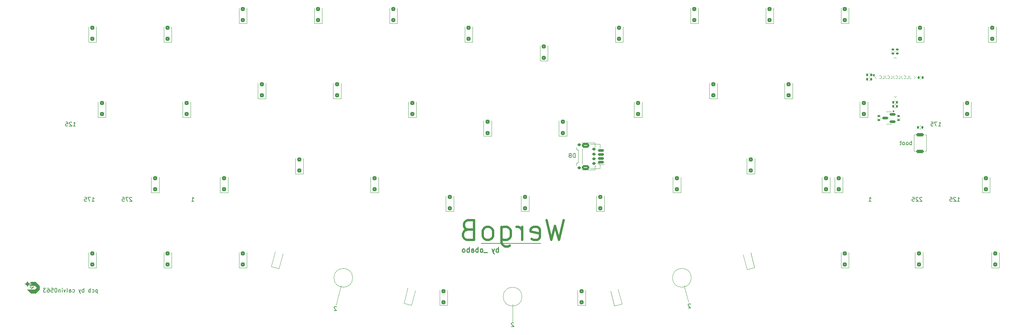
<source format=gbr>
%TF.GenerationSoftware,KiCad,Pcbnew,8.0.8*%
%TF.CreationDate,2025-03-15T15:28:53+01:00*%
%TF.ProjectId,wergob,77657267-6f62-42e6-9b69-6361645f7063,rev?*%
%TF.SameCoordinates,Original*%
%TF.FileFunction,Legend,Bot*%
%TF.FilePolarity,Positive*%
%FSLAX46Y46*%
G04 Gerber Fmt 4.6, Leading zero omitted, Abs format (unit mm)*
G04 Created by KiCad (PCBNEW 8.0.8) date 2025-03-15 15:28:53*
%MOMM*%
%LPD*%
G01*
G04 APERTURE LIST*
G04 Aperture macros list*
%AMRoundRect*
0 Rectangle with rounded corners*
0 $1 Rounding radius*
0 $2 $3 $4 $5 $6 $7 $8 $9 X,Y pos of 4 corners*
0 Add a 4 corners polygon primitive as box body*
4,1,4,$2,$3,$4,$5,$6,$7,$8,$9,$2,$3,0*
0 Add four circle primitives for the rounded corners*
1,1,$1+$1,$2,$3*
1,1,$1+$1,$4,$5*
1,1,$1+$1,$6,$7*
1,1,$1+$1,$8,$9*
0 Add four rect primitives between the rounded corners*
20,1,$1+$1,$2,$3,$4,$5,0*
20,1,$1+$1,$4,$5,$6,$7,0*
20,1,$1+$1,$6,$7,$8,$9,0*
20,1,$1+$1,$8,$9,$2,$3,0*%
G04 Aperture macros list end*
%ADD10C,0.100000*%
%ADD11C,0.200000*%
%ADD12C,0.125000*%
%ADD13C,0.625000*%
%ADD14C,0.250000*%
%ADD15C,0.120000*%
%ADD16C,0.000000*%
%ADD17C,1.750000*%
%ADD18C,3.987800*%
%ADD19C,2.300000*%
%ADD20C,4.000000*%
%ADD21RoundRect,0.150000X0.587500X0.150000X-0.587500X0.150000X-0.587500X-0.150000X0.587500X-0.150000X0*%
%ADD22RoundRect,0.250000X0.300000X-0.300000X0.300000X0.300000X-0.300000X0.300000X-0.300000X-0.300000X0*%
%ADD23RoundRect,0.140000X0.140000X0.170000X-0.140000X0.170000X-0.140000X-0.170000X0.140000X-0.170000X0*%
%ADD24RoundRect,0.250000X0.212132X-0.367423X0.367423X0.212132X-0.212132X0.367423X-0.367423X-0.212132X0*%
%ADD25RoundRect,0.075000X-0.521491X0.415425X0.415425X-0.521491X0.521491X-0.415425X-0.415425X0.521491X0*%
%ADD26RoundRect,0.075000X-0.521491X-0.415425X-0.415425X-0.521491X0.521491X0.415425X0.415425X0.521491X0*%
%ADD27RoundRect,0.150000X0.625000X-0.150000X0.625000X0.150000X-0.625000X0.150000X-0.625000X-0.150000X0*%
%ADD28RoundRect,0.250000X0.650000X-0.350000X0.650000X0.350000X-0.650000X0.350000X-0.650000X-0.350000X0*%
%ADD29RoundRect,0.135000X0.135000X0.185000X-0.135000X0.185000X-0.135000X-0.185000X0.135000X-0.185000X0*%
%ADD30RoundRect,0.140000X0.170000X-0.140000X0.170000X0.140000X-0.170000X0.140000X-0.170000X-0.140000X0*%
%ADD31RoundRect,0.140000X-0.140000X-0.170000X0.140000X-0.170000X0.140000X0.170000X-0.140000X0.170000X0*%
%ADD32RoundRect,0.140000X-0.170000X0.140000X-0.170000X-0.140000X0.170000X-0.140000X0.170000X0.140000X0*%
%ADD33RoundRect,0.150000X0.275000X-0.150000X0.275000X0.150000X-0.275000X0.150000X-0.275000X-0.150000X0*%
%ADD34RoundRect,0.175000X0.225000X-0.175000X0.225000X0.175000X-0.225000X0.175000X-0.225000X-0.175000X0*%
%ADD35RoundRect,0.250000X0.367423X-0.212132X0.212132X0.367423X-0.367423X0.212132X-0.212132X-0.367423X0*%
%ADD36RoundRect,0.200000X0.800000X-0.200000X0.800000X0.200000X-0.800000X0.200000X-0.800000X-0.200000X0*%
G04 APERTURE END LIST*
D10*
X107156250Y-95250000D02*
G75*
G02*
X102393750Y-95250000I-2381250J0D01*
G01*
X102393750Y-95250000D02*
G75*
G02*
X107156250Y-95250000I2381250J0D01*
G01*
D11*
X139700000Y-86518750D02*
X154781250Y-86518750D01*
D10*
X147637500Y-106362500D02*
X147637500Y-101600000D01*
X150018750Y-100012500D02*
G75*
G02*
X145256250Y-100012500I-2381250J0D01*
G01*
X145256250Y-100012500D02*
G75*
G02*
X150018750Y-100012500I2381250J0D01*
G01*
X192172361Y-101416135D02*
X190500000Y-95250000D01*
X102952615Y-102121588D02*
X104775000Y-95250000D01*
X192881250Y-95250000D02*
G75*
G02*
X188118750Y-95250000I-2381250J0D01*
G01*
X188118750Y-95250000D02*
G75*
G02*
X192881250Y-95250000I2381250J0D01*
G01*
D12*
X248170238Y-44013595D02*
X248170238Y-44585023D01*
X248170238Y-44585023D02*
X248208333Y-44699309D01*
X248208333Y-44699309D02*
X248284524Y-44775500D01*
X248284524Y-44775500D02*
X248398809Y-44813595D01*
X248398809Y-44813595D02*
X248475000Y-44813595D01*
X247408333Y-44813595D02*
X247789285Y-44813595D01*
X247789285Y-44813595D02*
X247789285Y-44013595D01*
X246684523Y-44737404D02*
X246722619Y-44775500D01*
X246722619Y-44775500D02*
X246836904Y-44813595D01*
X246836904Y-44813595D02*
X246913095Y-44813595D01*
X246913095Y-44813595D02*
X247027381Y-44775500D01*
X247027381Y-44775500D02*
X247103571Y-44699309D01*
X247103571Y-44699309D02*
X247141666Y-44623119D01*
X247141666Y-44623119D02*
X247179762Y-44470738D01*
X247179762Y-44470738D02*
X247179762Y-44356452D01*
X247179762Y-44356452D02*
X247141666Y-44204071D01*
X247141666Y-44204071D02*
X247103571Y-44127880D01*
X247103571Y-44127880D02*
X247027381Y-44051690D01*
X247027381Y-44051690D02*
X246913095Y-44013595D01*
X246913095Y-44013595D02*
X246836904Y-44013595D01*
X246836904Y-44013595D02*
X246722619Y-44051690D01*
X246722619Y-44051690D02*
X246684523Y-44089785D01*
X246113095Y-44013595D02*
X246113095Y-44585023D01*
X246113095Y-44585023D02*
X246151190Y-44699309D01*
X246151190Y-44699309D02*
X246227381Y-44775500D01*
X246227381Y-44775500D02*
X246341666Y-44813595D01*
X246341666Y-44813595D02*
X246417857Y-44813595D01*
X245351190Y-44813595D02*
X245732142Y-44813595D01*
X245732142Y-44813595D02*
X245732142Y-44013595D01*
X244627380Y-44737404D02*
X244665476Y-44775500D01*
X244665476Y-44775500D02*
X244779761Y-44813595D01*
X244779761Y-44813595D02*
X244855952Y-44813595D01*
X244855952Y-44813595D02*
X244970238Y-44775500D01*
X244970238Y-44775500D02*
X245046428Y-44699309D01*
X245046428Y-44699309D02*
X245084523Y-44623119D01*
X245084523Y-44623119D02*
X245122619Y-44470738D01*
X245122619Y-44470738D02*
X245122619Y-44356452D01*
X245122619Y-44356452D02*
X245084523Y-44204071D01*
X245084523Y-44204071D02*
X245046428Y-44127880D01*
X245046428Y-44127880D02*
X244970238Y-44051690D01*
X244970238Y-44051690D02*
X244855952Y-44013595D01*
X244855952Y-44013595D02*
X244779761Y-44013595D01*
X244779761Y-44013595D02*
X244665476Y-44051690D01*
X244665476Y-44051690D02*
X244627380Y-44089785D01*
X244055952Y-44013595D02*
X244055952Y-44585023D01*
X244055952Y-44585023D02*
X244094047Y-44699309D01*
X244094047Y-44699309D02*
X244170238Y-44775500D01*
X244170238Y-44775500D02*
X244284523Y-44813595D01*
X244284523Y-44813595D02*
X244360714Y-44813595D01*
X243294047Y-44813595D02*
X243674999Y-44813595D01*
X243674999Y-44813595D02*
X243674999Y-44013595D01*
X242570237Y-44737404D02*
X242608333Y-44775500D01*
X242608333Y-44775500D02*
X242722618Y-44813595D01*
X242722618Y-44813595D02*
X242798809Y-44813595D01*
X242798809Y-44813595D02*
X242913095Y-44775500D01*
X242913095Y-44775500D02*
X242989285Y-44699309D01*
X242989285Y-44699309D02*
X243027380Y-44623119D01*
X243027380Y-44623119D02*
X243065476Y-44470738D01*
X243065476Y-44470738D02*
X243065476Y-44356452D01*
X243065476Y-44356452D02*
X243027380Y-44204071D01*
X243027380Y-44204071D02*
X242989285Y-44127880D01*
X242989285Y-44127880D02*
X242913095Y-44051690D01*
X242913095Y-44051690D02*
X242798809Y-44013595D01*
X242798809Y-44013595D02*
X242722618Y-44013595D01*
X242722618Y-44013595D02*
X242608333Y-44051690D01*
X242608333Y-44051690D02*
X242570237Y-44089785D01*
X241998809Y-44013595D02*
X241998809Y-44585023D01*
X241998809Y-44585023D02*
X242036904Y-44699309D01*
X242036904Y-44699309D02*
X242113095Y-44775500D01*
X242113095Y-44775500D02*
X242227380Y-44813595D01*
X242227380Y-44813595D02*
X242303571Y-44813595D01*
X241236904Y-44813595D02*
X241617856Y-44813595D01*
X241617856Y-44813595D02*
X241617856Y-44013595D01*
X240513094Y-44737404D02*
X240551190Y-44775500D01*
X240551190Y-44775500D02*
X240665475Y-44813595D01*
X240665475Y-44813595D02*
X240741666Y-44813595D01*
X240741666Y-44813595D02*
X240855952Y-44775500D01*
X240855952Y-44775500D02*
X240932142Y-44699309D01*
X240932142Y-44699309D02*
X240970237Y-44623119D01*
X240970237Y-44623119D02*
X241008333Y-44470738D01*
X241008333Y-44470738D02*
X241008333Y-44356452D01*
X241008333Y-44356452D02*
X240970237Y-44204071D01*
X240970237Y-44204071D02*
X240932142Y-44127880D01*
X240932142Y-44127880D02*
X240855952Y-44051690D01*
X240855952Y-44051690D02*
X240741666Y-44013595D01*
X240741666Y-44013595D02*
X240665475Y-44013595D01*
X240665475Y-44013595D02*
X240551190Y-44051690D01*
X240551190Y-44051690D02*
X240513094Y-44089785D01*
D11*
X163480654Y-64745969D02*
X163480654Y-63745969D01*
X163480654Y-63745969D02*
X163242559Y-63745969D01*
X163242559Y-63745969D02*
X163099702Y-63793588D01*
X163099702Y-63793588D02*
X163004464Y-63888826D01*
X163004464Y-63888826D02*
X162956845Y-63984064D01*
X162956845Y-63984064D02*
X162909226Y-64174540D01*
X162909226Y-64174540D02*
X162909226Y-64317397D01*
X162909226Y-64317397D02*
X162956845Y-64507873D01*
X162956845Y-64507873D02*
X163004464Y-64603111D01*
X163004464Y-64603111D02*
X163099702Y-64698350D01*
X163099702Y-64698350D02*
X163242559Y-64745969D01*
X163242559Y-64745969D02*
X163480654Y-64745969D01*
X162147321Y-64222159D02*
X162004464Y-64269778D01*
X162004464Y-64269778D02*
X161956845Y-64317397D01*
X161956845Y-64317397D02*
X161909226Y-64412635D01*
X161909226Y-64412635D02*
X161909226Y-64555492D01*
X161909226Y-64555492D02*
X161956845Y-64650730D01*
X161956845Y-64650730D02*
X162004464Y-64698350D01*
X162004464Y-64698350D02*
X162099702Y-64745969D01*
X162099702Y-64745969D02*
X162480654Y-64745969D01*
X162480654Y-64745969D02*
X162480654Y-63745969D01*
X162480654Y-63745969D02*
X162147321Y-63745969D01*
X162147321Y-63745969D02*
X162052083Y-63793588D01*
X162052083Y-63793588D02*
X162004464Y-63841207D01*
X162004464Y-63841207D02*
X161956845Y-63936445D01*
X161956845Y-63936445D02*
X161956845Y-64031683D01*
X161956845Y-64031683D02*
X162004464Y-64126921D01*
X162004464Y-64126921D02*
X162052083Y-64174540D01*
X162052083Y-64174540D02*
X162147321Y-64222159D01*
X162147321Y-64222159D02*
X162480654Y-64222159D01*
X251269344Y-74953707D02*
X251221725Y-74906088D01*
X251221725Y-74906088D02*
X251126487Y-74858469D01*
X251126487Y-74858469D02*
X250888392Y-74858469D01*
X250888392Y-74858469D02*
X250793154Y-74906088D01*
X250793154Y-74906088D02*
X250745535Y-74953707D01*
X250745535Y-74953707D02*
X250697916Y-75048945D01*
X250697916Y-75048945D02*
X250697916Y-75144183D01*
X250697916Y-75144183D02*
X250745535Y-75287040D01*
X250745535Y-75287040D02*
X251316963Y-75858469D01*
X251316963Y-75858469D02*
X250697916Y-75858469D01*
X250316963Y-74953707D02*
X250269344Y-74906088D01*
X250269344Y-74906088D02*
X250174106Y-74858469D01*
X250174106Y-74858469D02*
X249936011Y-74858469D01*
X249936011Y-74858469D02*
X249840773Y-74906088D01*
X249840773Y-74906088D02*
X249793154Y-74953707D01*
X249793154Y-74953707D02*
X249745535Y-75048945D01*
X249745535Y-75048945D02*
X249745535Y-75144183D01*
X249745535Y-75144183D02*
X249793154Y-75287040D01*
X249793154Y-75287040D02*
X250364582Y-75858469D01*
X250364582Y-75858469D02*
X249745535Y-75858469D01*
X248840773Y-74858469D02*
X249316963Y-74858469D01*
X249316963Y-74858469D02*
X249364582Y-75334659D01*
X249364582Y-75334659D02*
X249316963Y-75287040D01*
X249316963Y-75287040D02*
X249221725Y-75239421D01*
X249221725Y-75239421D02*
X248983630Y-75239421D01*
X248983630Y-75239421D02*
X248888392Y-75287040D01*
X248888392Y-75287040D02*
X248840773Y-75334659D01*
X248840773Y-75334659D02*
X248793154Y-75429897D01*
X248793154Y-75429897D02*
X248793154Y-75667992D01*
X248793154Y-75667992D02*
X248840773Y-75763230D01*
X248840773Y-75763230D02*
X248888392Y-75810850D01*
X248888392Y-75810850D02*
X248983630Y-75858469D01*
X248983630Y-75858469D02*
X249221725Y-75858469D01*
X249221725Y-75858469D02*
X249316963Y-75810850D01*
X249316963Y-75810850D02*
X249364582Y-75763230D01*
X41147916Y-75858469D02*
X41719344Y-75858469D01*
X41433630Y-75858469D02*
X41433630Y-74858469D01*
X41433630Y-74858469D02*
X41528868Y-75001326D01*
X41528868Y-75001326D02*
X41624106Y-75096564D01*
X41624106Y-75096564D02*
X41719344Y-75144183D01*
X40814582Y-74858469D02*
X40147916Y-74858469D01*
X40147916Y-74858469D02*
X40576487Y-75858469D01*
X39290773Y-74858469D02*
X39766963Y-74858469D01*
X39766963Y-74858469D02*
X39814582Y-75334659D01*
X39814582Y-75334659D02*
X39766963Y-75287040D01*
X39766963Y-75287040D02*
X39671725Y-75239421D01*
X39671725Y-75239421D02*
X39433630Y-75239421D01*
X39433630Y-75239421D02*
X39338392Y-75287040D01*
X39338392Y-75287040D02*
X39290773Y-75334659D01*
X39290773Y-75334659D02*
X39243154Y-75429897D01*
X39243154Y-75429897D02*
X39243154Y-75667992D01*
X39243154Y-75667992D02*
X39290773Y-75763230D01*
X39290773Y-75763230D02*
X39338392Y-75810850D01*
X39338392Y-75810850D02*
X39433630Y-75858469D01*
X39433630Y-75858469D02*
X39671725Y-75858469D01*
X39671725Y-75858469D02*
X39766963Y-75810850D01*
X39766963Y-75810850D02*
X39814582Y-75763230D01*
X260222916Y-75858469D02*
X260794344Y-75858469D01*
X260508630Y-75858469D02*
X260508630Y-74858469D01*
X260508630Y-74858469D02*
X260603868Y-75001326D01*
X260603868Y-75001326D02*
X260699106Y-75096564D01*
X260699106Y-75096564D02*
X260794344Y-75144183D01*
X259841963Y-74953707D02*
X259794344Y-74906088D01*
X259794344Y-74906088D02*
X259699106Y-74858469D01*
X259699106Y-74858469D02*
X259461011Y-74858469D01*
X259461011Y-74858469D02*
X259365773Y-74906088D01*
X259365773Y-74906088D02*
X259318154Y-74953707D01*
X259318154Y-74953707D02*
X259270535Y-75048945D01*
X259270535Y-75048945D02*
X259270535Y-75144183D01*
X259270535Y-75144183D02*
X259318154Y-75287040D01*
X259318154Y-75287040D02*
X259889582Y-75858469D01*
X259889582Y-75858469D02*
X259270535Y-75858469D01*
X258365773Y-74858469D02*
X258841963Y-74858469D01*
X258841963Y-74858469D02*
X258889582Y-75334659D01*
X258889582Y-75334659D02*
X258841963Y-75287040D01*
X258841963Y-75287040D02*
X258746725Y-75239421D01*
X258746725Y-75239421D02*
X258508630Y-75239421D01*
X258508630Y-75239421D02*
X258413392Y-75287040D01*
X258413392Y-75287040D02*
X258365773Y-75334659D01*
X258365773Y-75334659D02*
X258318154Y-75429897D01*
X258318154Y-75429897D02*
X258318154Y-75667992D01*
X258318154Y-75667992D02*
X258365773Y-75763230D01*
X258365773Y-75763230D02*
X258413392Y-75810850D01*
X258413392Y-75810850D02*
X258508630Y-75858469D01*
X258508630Y-75858469D02*
X258746725Y-75858469D01*
X258746725Y-75858469D02*
X258841963Y-75810850D01*
X258841963Y-75810850D02*
X258889582Y-75763230D01*
X51244344Y-74953707D02*
X51196725Y-74906088D01*
X51196725Y-74906088D02*
X51101487Y-74858469D01*
X51101487Y-74858469D02*
X50863392Y-74858469D01*
X50863392Y-74858469D02*
X50768154Y-74906088D01*
X50768154Y-74906088D02*
X50720535Y-74953707D01*
X50720535Y-74953707D02*
X50672916Y-75048945D01*
X50672916Y-75048945D02*
X50672916Y-75144183D01*
X50672916Y-75144183D02*
X50720535Y-75287040D01*
X50720535Y-75287040D02*
X51291963Y-75858469D01*
X51291963Y-75858469D02*
X50672916Y-75858469D01*
X50339582Y-74858469D02*
X49672916Y-74858469D01*
X49672916Y-74858469D02*
X50101487Y-75858469D01*
X48815773Y-74858469D02*
X49291963Y-74858469D01*
X49291963Y-74858469D02*
X49339582Y-75334659D01*
X49339582Y-75334659D02*
X49291963Y-75287040D01*
X49291963Y-75287040D02*
X49196725Y-75239421D01*
X49196725Y-75239421D02*
X48958630Y-75239421D01*
X48958630Y-75239421D02*
X48863392Y-75287040D01*
X48863392Y-75287040D02*
X48815773Y-75334659D01*
X48815773Y-75334659D02*
X48768154Y-75429897D01*
X48768154Y-75429897D02*
X48768154Y-75667992D01*
X48768154Y-75667992D02*
X48815773Y-75763230D01*
X48815773Y-75763230D02*
X48863392Y-75810850D01*
X48863392Y-75810850D02*
X48958630Y-75858469D01*
X48958630Y-75858469D02*
X49196725Y-75858469D01*
X49196725Y-75858469D02*
X49291963Y-75810850D01*
X49291963Y-75810850D02*
X49339582Y-75763230D01*
X42528274Y-98210552D02*
X42528274Y-99210552D01*
X42528274Y-98258171D02*
X42433036Y-98210552D01*
X42433036Y-98210552D02*
X42242560Y-98210552D01*
X42242560Y-98210552D02*
X42147322Y-98258171D01*
X42147322Y-98258171D02*
X42099703Y-98305790D01*
X42099703Y-98305790D02*
X42052084Y-98401028D01*
X42052084Y-98401028D02*
X42052084Y-98686742D01*
X42052084Y-98686742D02*
X42099703Y-98781980D01*
X42099703Y-98781980D02*
X42147322Y-98829600D01*
X42147322Y-98829600D02*
X42242560Y-98877219D01*
X42242560Y-98877219D02*
X42433036Y-98877219D01*
X42433036Y-98877219D02*
X42528274Y-98829600D01*
X41194941Y-98829600D02*
X41290179Y-98877219D01*
X41290179Y-98877219D02*
X41480655Y-98877219D01*
X41480655Y-98877219D02*
X41575893Y-98829600D01*
X41575893Y-98829600D02*
X41623512Y-98781980D01*
X41623512Y-98781980D02*
X41671131Y-98686742D01*
X41671131Y-98686742D02*
X41671131Y-98401028D01*
X41671131Y-98401028D02*
X41623512Y-98305790D01*
X41623512Y-98305790D02*
X41575893Y-98258171D01*
X41575893Y-98258171D02*
X41480655Y-98210552D01*
X41480655Y-98210552D02*
X41290179Y-98210552D01*
X41290179Y-98210552D02*
X41194941Y-98258171D01*
X40766369Y-98877219D02*
X40766369Y-97877219D01*
X40766369Y-98258171D02*
X40671131Y-98210552D01*
X40671131Y-98210552D02*
X40480655Y-98210552D01*
X40480655Y-98210552D02*
X40385417Y-98258171D01*
X40385417Y-98258171D02*
X40337798Y-98305790D01*
X40337798Y-98305790D02*
X40290179Y-98401028D01*
X40290179Y-98401028D02*
X40290179Y-98686742D01*
X40290179Y-98686742D02*
X40337798Y-98781980D01*
X40337798Y-98781980D02*
X40385417Y-98829600D01*
X40385417Y-98829600D02*
X40480655Y-98877219D01*
X40480655Y-98877219D02*
X40671131Y-98877219D01*
X40671131Y-98877219D02*
X40766369Y-98829600D01*
X39099702Y-98877219D02*
X39099702Y-97877219D01*
X39099702Y-98258171D02*
X39004464Y-98210552D01*
X39004464Y-98210552D02*
X38813988Y-98210552D01*
X38813988Y-98210552D02*
X38718750Y-98258171D01*
X38718750Y-98258171D02*
X38671131Y-98305790D01*
X38671131Y-98305790D02*
X38623512Y-98401028D01*
X38623512Y-98401028D02*
X38623512Y-98686742D01*
X38623512Y-98686742D02*
X38671131Y-98781980D01*
X38671131Y-98781980D02*
X38718750Y-98829600D01*
X38718750Y-98829600D02*
X38813988Y-98877219D01*
X38813988Y-98877219D02*
X39004464Y-98877219D01*
X39004464Y-98877219D02*
X39099702Y-98829600D01*
X38290178Y-98210552D02*
X38052083Y-98877219D01*
X37813988Y-98210552D02*
X38052083Y-98877219D01*
X38052083Y-98877219D02*
X38147321Y-99115314D01*
X38147321Y-99115314D02*
X38194940Y-99162933D01*
X38194940Y-99162933D02*
X38290178Y-99210552D01*
X36242559Y-98829600D02*
X36337797Y-98877219D01*
X36337797Y-98877219D02*
X36528273Y-98877219D01*
X36528273Y-98877219D02*
X36623511Y-98829600D01*
X36623511Y-98829600D02*
X36671130Y-98781980D01*
X36671130Y-98781980D02*
X36718749Y-98686742D01*
X36718749Y-98686742D02*
X36718749Y-98401028D01*
X36718749Y-98401028D02*
X36671130Y-98305790D01*
X36671130Y-98305790D02*
X36623511Y-98258171D01*
X36623511Y-98258171D02*
X36528273Y-98210552D01*
X36528273Y-98210552D02*
X36337797Y-98210552D01*
X36337797Y-98210552D02*
X36242559Y-98258171D01*
X35385416Y-98877219D02*
X35385416Y-98353409D01*
X35385416Y-98353409D02*
X35433035Y-98258171D01*
X35433035Y-98258171D02*
X35528273Y-98210552D01*
X35528273Y-98210552D02*
X35718749Y-98210552D01*
X35718749Y-98210552D02*
X35813987Y-98258171D01*
X35385416Y-98829600D02*
X35480654Y-98877219D01*
X35480654Y-98877219D02*
X35718749Y-98877219D01*
X35718749Y-98877219D02*
X35813987Y-98829600D01*
X35813987Y-98829600D02*
X35861606Y-98734361D01*
X35861606Y-98734361D02*
X35861606Y-98639123D01*
X35861606Y-98639123D02*
X35813987Y-98543885D01*
X35813987Y-98543885D02*
X35718749Y-98496266D01*
X35718749Y-98496266D02*
X35480654Y-98496266D01*
X35480654Y-98496266D02*
X35385416Y-98448647D01*
X34766368Y-98877219D02*
X34861606Y-98829600D01*
X34861606Y-98829600D02*
X34909225Y-98734361D01*
X34909225Y-98734361D02*
X34909225Y-97877219D01*
X34480653Y-98210552D02*
X34242558Y-98877219D01*
X34242558Y-98877219D02*
X34004463Y-98210552D01*
X33623510Y-98877219D02*
X33623510Y-98210552D01*
X33623510Y-97877219D02*
X33671129Y-97924838D01*
X33671129Y-97924838D02*
X33623510Y-97972457D01*
X33623510Y-97972457D02*
X33575891Y-97924838D01*
X33575891Y-97924838D02*
X33623510Y-97877219D01*
X33623510Y-97877219D02*
X33623510Y-97972457D01*
X33147320Y-98210552D02*
X33147320Y-98877219D01*
X33147320Y-98305790D02*
X33099701Y-98258171D01*
X33099701Y-98258171D02*
X33004463Y-98210552D01*
X33004463Y-98210552D02*
X32861606Y-98210552D01*
X32861606Y-98210552D02*
X32766368Y-98258171D01*
X32766368Y-98258171D02*
X32718749Y-98353409D01*
X32718749Y-98353409D02*
X32718749Y-98877219D01*
X32052082Y-97877219D02*
X31956844Y-97877219D01*
X31956844Y-97877219D02*
X31861606Y-97924838D01*
X31861606Y-97924838D02*
X31813987Y-97972457D01*
X31813987Y-97972457D02*
X31766368Y-98067695D01*
X31766368Y-98067695D02*
X31718749Y-98258171D01*
X31718749Y-98258171D02*
X31718749Y-98496266D01*
X31718749Y-98496266D02*
X31766368Y-98686742D01*
X31766368Y-98686742D02*
X31813987Y-98781980D01*
X31813987Y-98781980D02*
X31861606Y-98829600D01*
X31861606Y-98829600D02*
X31956844Y-98877219D01*
X31956844Y-98877219D02*
X32052082Y-98877219D01*
X32052082Y-98877219D02*
X32147320Y-98829600D01*
X32147320Y-98829600D02*
X32194939Y-98781980D01*
X32194939Y-98781980D02*
X32242558Y-98686742D01*
X32242558Y-98686742D02*
X32290177Y-98496266D01*
X32290177Y-98496266D02*
X32290177Y-98258171D01*
X32290177Y-98258171D02*
X32242558Y-98067695D01*
X32242558Y-98067695D02*
X32194939Y-97972457D01*
X32194939Y-97972457D02*
X32147320Y-97924838D01*
X32147320Y-97924838D02*
X32052082Y-97877219D01*
X30813987Y-97877219D02*
X31290177Y-97877219D01*
X31290177Y-97877219D02*
X31337796Y-98353409D01*
X31337796Y-98353409D02*
X31290177Y-98305790D01*
X31290177Y-98305790D02*
X31194939Y-98258171D01*
X31194939Y-98258171D02*
X30956844Y-98258171D01*
X30956844Y-98258171D02*
X30861606Y-98305790D01*
X30861606Y-98305790D02*
X30813987Y-98353409D01*
X30813987Y-98353409D02*
X30766368Y-98448647D01*
X30766368Y-98448647D02*
X30766368Y-98686742D01*
X30766368Y-98686742D02*
X30813987Y-98781980D01*
X30813987Y-98781980D02*
X30861606Y-98829600D01*
X30861606Y-98829600D02*
X30956844Y-98877219D01*
X30956844Y-98877219D02*
X31194939Y-98877219D01*
X31194939Y-98877219D02*
X31290177Y-98829600D01*
X31290177Y-98829600D02*
X31337796Y-98781980D01*
X29909225Y-97877219D02*
X30099701Y-97877219D01*
X30099701Y-97877219D02*
X30194939Y-97924838D01*
X30194939Y-97924838D02*
X30242558Y-97972457D01*
X30242558Y-97972457D02*
X30337796Y-98115314D01*
X30337796Y-98115314D02*
X30385415Y-98305790D01*
X30385415Y-98305790D02*
X30385415Y-98686742D01*
X30385415Y-98686742D02*
X30337796Y-98781980D01*
X30337796Y-98781980D02*
X30290177Y-98829600D01*
X30290177Y-98829600D02*
X30194939Y-98877219D01*
X30194939Y-98877219D02*
X30004463Y-98877219D01*
X30004463Y-98877219D02*
X29909225Y-98829600D01*
X29909225Y-98829600D02*
X29861606Y-98781980D01*
X29861606Y-98781980D02*
X29813987Y-98686742D01*
X29813987Y-98686742D02*
X29813987Y-98448647D01*
X29813987Y-98448647D02*
X29861606Y-98353409D01*
X29861606Y-98353409D02*
X29909225Y-98305790D01*
X29909225Y-98305790D02*
X30004463Y-98258171D01*
X30004463Y-98258171D02*
X30194939Y-98258171D01*
X30194939Y-98258171D02*
X30290177Y-98305790D01*
X30290177Y-98305790D02*
X30337796Y-98353409D01*
X30337796Y-98353409D02*
X30385415Y-98448647D01*
X29480653Y-97877219D02*
X28861606Y-97877219D01*
X28861606Y-97877219D02*
X29194939Y-98258171D01*
X29194939Y-98258171D02*
X29052082Y-98258171D01*
X29052082Y-98258171D02*
X28956844Y-98305790D01*
X28956844Y-98305790D02*
X28909225Y-98353409D01*
X28909225Y-98353409D02*
X28861606Y-98448647D01*
X28861606Y-98448647D02*
X28861606Y-98686742D01*
X28861606Y-98686742D02*
X28909225Y-98781980D01*
X28909225Y-98781980D02*
X28956844Y-98829600D01*
X28956844Y-98829600D02*
X29052082Y-98877219D01*
X29052082Y-98877219D02*
X29337796Y-98877219D01*
X29337796Y-98877219D02*
X29433034Y-98829600D01*
X29433034Y-98829600D02*
X29480653Y-98781980D01*
X255460416Y-56808469D02*
X256031844Y-56808469D01*
X255746130Y-56808469D02*
X255746130Y-55808469D01*
X255746130Y-55808469D02*
X255841368Y-55951326D01*
X255841368Y-55951326D02*
X255936606Y-56046564D01*
X255936606Y-56046564D02*
X256031844Y-56094183D01*
X255127082Y-55808469D02*
X254460416Y-55808469D01*
X254460416Y-55808469D02*
X254888987Y-56808469D01*
X253603273Y-55808469D02*
X254079463Y-55808469D01*
X254079463Y-55808469D02*
X254127082Y-56284659D01*
X254127082Y-56284659D02*
X254079463Y-56237040D01*
X254079463Y-56237040D02*
X253984225Y-56189421D01*
X253984225Y-56189421D02*
X253746130Y-56189421D01*
X253746130Y-56189421D02*
X253650892Y-56237040D01*
X253650892Y-56237040D02*
X253603273Y-56284659D01*
X253603273Y-56284659D02*
X253555654Y-56379897D01*
X253555654Y-56379897D02*
X253555654Y-56617992D01*
X253555654Y-56617992D02*
X253603273Y-56713230D01*
X253603273Y-56713230D02*
X253650892Y-56760850D01*
X253650892Y-56760850D02*
X253746130Y-56808469D01*
X253746130Y-56808469D02*
X253984225Y-56808469D01*
X253984225Y-56808469D02*
X254079463Y-56760850D01*
X254079463Y-56760850D02*
X254127082Y-56713230D01*
X66389285Y-75858469D02*
X66960713Y-75858469D01*
X66674999Y-75858469D02*
X66674999Y-74858469D01*
X66674999Y-74858469D02*
X66770237Y-75001326D01*
X66770237Y-75001326D02*
X66865475Y-75096564D01*
X66865475Y-75096564D02*
X66960713Y-75144183D01*
X36385416Y-56808469D02*
X36956844Y-56808469D01*
X36671130Y-56808469D02*
X36671130Y-55808469D01*
X36671130Y-55808469D02*
X36766368Y-55951326D01*
X36766368Y-55951326D02*
X36861606Y-56046564D01*
X36861606Y-56046564D02*
X36956844Y-56094183D01*
X36004463Y-55903707D02*
X35956844Y-55856088D01*
X35956844Y-55856088D02*
X35861606Y-55808469D01*
X35861606Y-55808469D02*
X35623511Y-55808469D01*
X35623511Y-55808469D02*
X35528273Y-55856088D01*
X35528273Y-55856088D02*
X35480654Y-55903707D01*
X35480654Y-55903707D02*
X35433035Y-55998945D01*
X35433035Y-55998945D02*
X35433035Y-56094183D01*
X35433035Y-56094183D02*
X35480654Y-56237040D01*
X35480654Y-56237040D02*
X36052082Y-56808469D01*
X36052082Y-56808469D02*
X35433035Y-56808469D01*
X34528273Y-55808469D02*
X35004463Y-55808469D01*
X35004463Y-55808469D02*
X35052082Y-56284659D01*
X35052082Y-56284659D02*
X35004463Y-56237040D01*
X35004463Y-56237040D02*
X34909225Y-56189421D01*
X34909225Y-56189421D02*
X34671130Y-56189421D01*
X34671130Y-56189421D02*
X34575892Y-56237040D01*
X34575892Y-56237040D02*
X34528273Y-56284659D01*
X34528273Y-56284659D02*
X34480654Y-56379897D01*
X34480654Y-56379897D02*
X34480654Y-56617992D01*
X34480654Y-56617992D02*
X34528273Y-56713230D01*
X34528273Y-56713230D02*
X34575892Y-56760850D01*
X34575892Y-56760850D02*
X34671130Y-56808469D01*
X34671130Y-56808469D02*
X34909225Y-56808469D01*
X34909225Y-56808469D02*
X35004463Y-56760850D01*
X35004463Y-56760850D02*
X35052082Y-56713230D01*
X147923213Y-106703707D02*
X147875594Y-106656088D01*
X147875594Y-106656088D02*
X147780356Y-106608469D01*
X147780356Y-106608469D02*
X147542261Y-106608469D01*
X147542261Y-106608469D02*
X147447023Y-106656088D01*
X147447023Y-106656088D02*
X147399404Y-106703707D01*
X147399404Y-106703707D02*
X147351785Y-106798945D01*
X147351785Y-106798945D02*
X147351785Y-106894183D01*
X147351785Y-106894183D02*
X147399404Y-107037040D01*
X147399404Y-107037040D02*
X147970832Y-107608469D01*
X147970832Y-107608469D02*
X147351785Y-107608469D01*
X192670225Y-101941207D02*
X192622606Y-101893588D01*
X192622606Y-101893588D02*
X192527368Y-101845969D01*
X192527368Y-101845969D02*
X192289273Y-101845969D01*
X192289273Y-101845969D02*
X192194035Y-101893588D01*
X192194035Y-101893588D02*
X192146416Y-101941207D01*
X192146416Y-101941207D02*
X192098797Y-102036445D01*
X192098797Y-102036445D02*
X192098797Y-102131683D01*
X192098797Y-102131683D02*
X192146416Y-102274540D01*
X192146416Y-102274540D02*
X192717844Y-102845969D01*
X192717844Y-102845969D02*
X192098797Y-102845969D01*
D13*
X160494643Y-80624345D02*
X159304167Y-85624345D01*
X159304167Y-85624345D02*
X158351786Y-82052916D01*
X158351786Y-82052916D02*
X157399405Y-85624345D01*
X157399405Y-85624345D02*
X156208929Y-80624345D01*
X152399404Y-85386250D02*
X152875595Y-85624345D01*
X152875595Y-85624345D02*
X153827976Y-85624345D01*
X153827976Y-85624345D02*
X154304166Y-85386250D01*
X154304166Y-85386250D02*
X154542262Y-84910059D01*
X154542262Y-84910059D02*
X154542262Y-83005297D01*
X154542262Y-83005297D02*
X154304166Y-82529107D01*
X154304166Y-82529107D02*
X153827976Y-82291011D01*
X153827976Y-82291011D02*
X152875595Y-82291011D01*
X152875595Y-82291011D02*
X152399404Y-82529107D01*
X152399404Y-82529107D02*
X152161309Y-83005297D01*
X152161309Y-83005297D02*
X152161309Y-83481488D01*
X152161309Y-83481488D02*
X154542262Y-83957678D01*
X150018452Y-85624345D02*
X150018452Y-82291011D01*
X150018452Y-83243392D02*
X149780357Y-82767202D01*
X149780357Y-82767202D02*
X149542262Y-82529107D01*
X149542262Y-82529107D02*
X149066071Y-82291011D01*
X149066071Y-82291011D02*
X148589881Y-82291011D01*
X144780357Y-82291011D02*
X144780357Y-86338630D01*
X144780357Y-86338630D02*
X145018452Y-86814821D01*
X145018452Y-86814821D02*
X145256548Y-87052916D01*
X145256548Y-87052916D02*
X145732738Y-87291011D01*
X145732738Y-87291011D02*
X146447024Y-87291011D01*
X146447024Y-87291011D02*
X146923214Y-87052916D01*
X144780357Y-85386250D02*
X145256548Y-85624345D01*
X145256548Y-85624345D02*
X146208929Y-85624345D01*
X146208929Y-85624345D02*
X146685119Y-85386250D01*
X146685119Y-85386250D02*
X146923214Y-85148154D01*
X146923214Y-85148154D02*
X147161310Y-84671964D01*
X147161310Y-84671964D02*
X147161310Y-83243392D01*
X147161310Y-83243392D02*
X146923214Y-82767202D01*
X146923214Y-82767202D02*
X146685119Y-82529107D01*
X146685119Y-82529107D02*
X146208929Y-82291011D01*
X146208929Y-82291011D02*
X145256548Y-82291011D01*
X145256548Y-82291011D02*
X144780357Y-82529107D01*
X141685119Y-85624345D02*
X142161309Y-85386250D01*
X142161309Y-85386250D02*
X142399404Y-85148154D01*
X142399404Y-85148154D02*
X142637500Y-84671964D01*
X142637500Y-84671964D02*
X142637500Y-83243392D01*
X142637500Y-83243392D02*
X142399404Y-82767202D01*
X142399404Y-82767202D02*
X142161309Y-82529107D01*
X142161309Y-82529107D02*
X141685119Y-82291011D01*
X141685119Y-82291011D02*
X140970833Y-82291011D01*
X140970833Y-82291011D02*
X140494642Y-82529107D01*
X140494642Y-82529107D02*
X140256547Y-82767202D01*
X140256547Y-82767202D02*
X140018452Y-83243392D01*
X140018452Y-83243392D02*
X140018452Y-84671964D01*
X140018452Y-84671964D02*
X140256547Y-85148154D01*
X140256547Y-85148154D02*
X140494642Y-85386250D01*
X140494642Y-85386250D02*
X140970833Y-85624345D01*
X140970833Y-85624345D02*
X141685119Y-85624345D01*
X136208928Y-83005297D02*
X135494642Y-83243392D01*
X135494642Y-83243392D02*
X135256547Y-83481488D01*
X135256547Y-83481488D02*
X135018451Y-83957678D01*
X135018451Y-83957678D02*
X135018451Y-84671964D01*
X135018451Y-84671964D02*
X135256547Y-85148154D01*
X135256547Y-85148154D02*
X135494642Y-85386250D01*
X135494642Y-85386250D02*
X135970832Y-85624345D01*
X135970832Y-85624345D02*
X137875594Y-85624345D01*
X137875594Y-85624345D02*
X137875594Y-80624345D01*
X137875594Y-80624345D02*
X136208928Y-80624345D01*
X136208928Y-80624345D02*
X135732737Y-80862440D01*
X135732737Y-80862440D02*
X135494642Y-81100535D01*
X135494642Y-81100535D02*
X135256547Y-81576726D01*
X135256547Y-81576726D02*
X135256547Y-82052916D01*
X135256547Y-82052916D02*
X135494642Y-82529107D01*
X135494642Y-82529107D02*
X135732737Y-82767202D01*
X135732737Y-82767202D02*
X136208928Y-83005297D01*
X136208928Y-83005297D02*
X137875594Y-83005297D01*
D11*
X237839285Y-75858469D02*
X238410713Y-75858469D01*
X238124999Y-75858469D02*
X238124999Y-74858469D01*
X238124999Y-74858469D02*
X238220237Y-75001326D01*
X238220237Y-75001326D02*
X238315475Y-75096564D01*
X238315475Y-75096564D02*
X238410713Y-75144183D01*
X248654761Y-61570969D02*
X248654761Y-60570969D01*
X248654761Y-60951921D02*
X248559523Y-60904302D01*
X248559523Y-60904302D02*
X248369047Y-60904302D01*
X248369047Y-60904302D02*
X248273809Y-60951921D01*
X248273809Y-60951921D02*
X248226190Y-60999540D01*
X248226190Y-60999540D02*
X248178571Y-61094778D01*
X248178571Y-61094778D02*
X248178571Y-61380492D01*
X248178571Y-61380492D02*
X248226190Y-61475730D01*
X248226190Y-61475730D02*
X248273809Y-61523350D01*
X248273809Y-61523350D02*
X248369047Y-61570969D01*
X248369047Y-61570969D02*
X248559523Y-61570969D01*
X248559523Y-61570969D02*
X248654761Y-61523350D01*
X247607142Y-61570969D02*
X247702380Y-61523350D01*
X247702380Y-61523350D02*
X247749999Y-61475730D01*
X247749999Y-61475730D02*
X247797618Y-61380492D01*
X247797618Y-61380492D02*
X247797618Y-61094778D01*
X247797618Y-61094778D02*
X247749999Y-60999540D01*
X247749999Y-60999540D02*
X247702380Y-60951921D01*
X247702380Y-60951921D02*
X247607142Y-60904302D01*
X247607142Y-60904302D02*
X247464285Y-60904302D01*
X247464285Y-60904302D02*
X247369047Y-60951921D01*
X247369047Y-60951921D02*
X247321428Y-60999540D01*
X247321428Y-60999540D02*
X247273809Y-61094778D01*
X247273809Y-61094778D02*
X247273809Y-61380492D01*
X247273809Y-61380492D02*
X247321428Y-61475730D01*
X247321428Y-61475730D02*
X247369047Y-61523350D01*
X247369047Y-61523350D02*
X247464285Y-61570969D01*
X247464285Y-61570969D02*
X247607142Y-61570969D01*
X246702380Y-61570969D02*
X246797618Y-61523350D01*
X246797618Y-61523350D02*
X246845237Y-61475730D01*
X246845237Y-61475730D02*
X246892856Y-61380492D01*
X246892856Y-61380492D02*
X246892856Y-61094778D01*
X246892856Y-61094778D02*
X246845237Y-60999540D01*
X246845237Y-60999540D02*
X246797618Y-60951921D01*
X246797618Y-60951921D02*
X246702380Y-60904302D01*
X246702380Y-60904302D02*
X246559523Y-60904302D01*
X246559523Y-60904302D02*
X246464285Y-60951921D01*
X246464285Y-60951921D02*
X246416666Y-60999540D01*
X246416666Y-60999540D02*
X246369047Y-61094778D01*
X246369047Y-61094778D02*
X246369047Y-61380492D01*
X246369047Y-61380492D02*
X246416666Y-61475730D01*
X246416666Y-61475730D02*
X246464285Y-61523350D01*
X246464285Y-61523350D02*
X246559523Y-61570969D01*
X246559523Y-61570969D02*
X246702380Y-61570969D01*
X246083332Y-60904302D02*
X245702380Y-60904302D01*
X245940475Y-60570969D02*
X245940475Y-61428111D01*
X245940475Y-61428111D02*
X245892856Y-61523350D01*
X245892856Y-61523350D02*
X245797618Y-61570969D01*
X245797618Y-61570969D02*
X245702380Y-61570969D01*
X103034766Y-102607666D02*
X102987147Y-102560047D01*
X102987147Y-102560047D02*
X102891909Y-102512428D01*
X102891909Y-102512428D02*
X102653814Y-102512428D01*
X102653814Y-102512428D02*
X102558576Y-102560047D01*
X102558576Y-102560047D02*
X102510957Y-102607666D01*
X102510957Y-102607666D02*
X102463338Y-102702904D01*
X102463338Y-102702904D02*
X102463338Y-102798142D01*
X102463338Y-102798142D02*
X102510957Y-102940999D01*
X102510957Y-102940999D02*
X103082385Y-103512428D01*
X103082385Y-103512428D02*
X102463338Y-103512428D01*
D14*
X144000407Y-88734023D02*
X144000407Y-87484023D01*
X144000407Y-87960214D02*
X143881360Y-87900690D01*
X143881360Y-87900690D02*
X143643265Y-87900690D01*
X143643265Y-87900690D02*
X143524217Y-87960214D01*
X143524217Y-87960214D02*
X143464693Y-88019738D01*
X143464693Y-88019738D02*
X143405169Y-88138785D01*
X143405169Y-88138785D02*
X143405169Y-88495928D01*
X143405169Y-88495928D02*
X143464693Y-88614976D01*
X143464693Y-88614976D02*
X143524217Y-88674500D01*
X143524217Y-88674500D02*
X143643265Y-88734023D01*
X143643265Y-88734023D02*
X143881360Y-88734023D01*
X143881360Y-88734023D02*
X144000407Y-88674500D01*
X142988503Y-87900690D02*
X142690884Y-88734023D01*
X142393265Y-87900690D02*
X142690884Y-88734023D01*
X142690884Y-88734023D02*
X142809932Y-89031642D01*
X142809932Y-89031642D02*
X142869455Y-89091166D01*
X142869455Y-89091166D02*
X142988503Y-89150690D01*
X141262313Y-88853071D02*
X140309932Y-88853071D01*
X139833741Y-88734023D02*
X139952789Y-88674500D01*
X139952789Y-88674500D02*
X140012312Y-88614976D01*
X140012312Y-88614976D02*
X140071836Y-88495928D01*
X140071836Y-88495928D02*
X140071836Y-88138785D01*
X140071836Y-88138785D02*
X140012312Y-88019738D01*
X140012312Y-88019738D02*
X139952789Y-87960214D01*
X139952789Y-87960214D02*
X139833741Y-87900690D01*
X139833741Y-87900690D02*
X139655170Y-87900690D01*
X139655170Y-87900690D02*
X139536122Y-87960214D01*
X139536122Y-87960214D02*
X139476598Y-88019738D01*
X139476598Y-88019738D02*
X139417074Y-88138785D01*
X139417074Y-88138785D02*
X139417074Y-88495928D01*
X139417074Y-88495928D02*
X139476598Y-88614976D01*
X139476598Y-88614976D02*
X139536122Y-88674500D01*
X139536122Y-88674500D02*
X139655170Y-88734023D01*
X139655170Y-88734023D02*
X139833741Y-88734023D01*
X138881360Y-88734023D02*
X138881360Y-87484023D01*
X138881360Y-87960214D02*
X138762313Y-87900690D01*
X138762313Y-87900690D02*
X138524218Y-87900690D01*
X138524218Y-87900690D02*
X138405170Y-87960214D01*
X138405170Y-87960214D02*
X138345646Y-88019738D01*
X138345646Y-88019738D02*
X138286122Y-88138785D01*
X138286122Y-88138785D02*
X138286122Y-88495928D01*
X138286122Y-88495928D02*
X138345646Y-88614976D01*
X138345646Y-88614976D02*
X138405170Y-88674500D01*
X138405170Y-88674500D02*
X138524218Y-88734023D01*
X138524218Y-88734023D02*
X138762313Y-88734023D01*
X138762313Y-88734023D02*
X138881360Y-88674500D01*
X137214694Y-88734023D02*
X137214694Y-88079261D01*
X137214694Y-88079261D02*
X137274218Y-87960214D01*
X137274218Y-87960214D02*
X137393266Y-87900690D01*
X137393266Y-87900690D02*
X137631361Y-87900690D01*
X137631361Y-87900690D02*
X137750408Y-87960214D01*
X137214694Y-88674500D02*
X137333742Y-88734023D01*
X137333742Y-88734023D02*
X137631361Y-88734023D01*
X137631361Y-88734023D02*
X137750408Y-88674500D01*
X137750408Y-88674500D02*
X137809932Y-88555452D01*
X137809932Y-88555452D02*
X137809932Y-88436404D01*
X137809932Y-88436404D02*
X137750408Y-88317357D01*
X137750408Y-88317357D02*
X137631361Y-88257833D01*
X137631361Y-88257833D02*
X137333742Y-88257833D01*
X137333742Y-88257833D02*
X137214694Y-88198309D01*
X136619456Y-88734023D02*
X136619456Y-87484023D01*
X136619456Y-87960214D02*
X136500409Y-87900690D01*
X136500409Y-87900690D02*
X136262314Y-87900690D01*
X136262314Y-87900690D02*
X136143266Y-87960214D01*
X136143266Y-87960214D02*
X136083742Y-88019738D01*
X136083742Y-88019738D02*
X136024218Y-88138785D01*
X136024218Y-88138785D02*
X136024218Y-88495928D01*
X136024218Y-88495928D02*
X136083742Y-88614976D01*
X136083742Y-88614976D02*
X136143266Y-88674500D01*
X136143266Y-88674500D02*
X136262314Y-88734023D01*
X136262314Y-88734023D02*
X136500409Y-88734023D01*
X136500409Y-88734023D02*
X136619456Y-88674500D01*
X135309933Y-88734023D02*
X135428981Y-88674500D01*
X135428981Y-88674500D02*
X135488504Y-88614976D01*
X135488504Y-88614976D02*
X135548028Y-88495928D01*
X135548028Y-88495928D02*
X135548028Y-88138785D01*
X135548028Y-88138785D02*
X135488504Y-88019738D01*
X135488504Y-88019738D02*
X135428981Y-87960214D01*
X135428981Y-87960214D02*
X135309933Y-87900690D01*
X135309933Y-87900690D02*
X135131362Y-87900690D01*
X135131362Y-87900690D02*
X135012314Y-87960214D01*
X135012314Y-87960214D02*
X134952790Y-88019738D01*
X134952790Y-88019738D02*
X134893266Y-88138785D01*
X134893266Y-88138785D02*
X134893266Y-88495928D01*
X134893266Y-88495928D02*
X134952790Y-88614976D01*
X134952790Y-88614976D02*
X135012314Y-88674500D01*
X135012314Y-88674500D02*
X135131362Y-88734023D01*
X135131362Y-88734023D02*
X135309933Y-88734023D01*
D15*
%TO.C,U2*%
X242237500Y-53208750D02*
X242887500Y-53208750D01*
X242237500Y-56328750D02*
X242887500Y-56328750D01*
X243537500Y-53208750D02*
X242887500Y-53208750D01*
X243537500Y-56328750D02*
X242887500Y-56328750D01*
X244050000Y-53258750D02*
X243810000Y-52928750D01*
X244290000Y-52928750D01*
X244050000Y-53258750D01*
G36*
X244050000Y-53258750D02*
G01*
X243810000Y-52928750D01*
X244290000Y-52928750D01*
X244050000Y-53258750D01*
G37*
%TO.C,D24*%
X235537500Y-50737500D02*
X235537500Y-54597500D01*
X235537500Y-54597500D02*
X237537500Y-54597500D01*
X237537500Y-50737500D02*
X237537500Y-54597500D01*
%TO.C,D22*%
X197437500Y-45975000D02*
X197437500Y-49835000D01*
X197437500Y-49835000D02*
X199437500Y-49835000D01*
X199437500Y-45975000D02*
X199437500Y-49835000D01*
%TO.C,D35*%
X226012500Y-69787500D02*
X226012500Y-73647500D01*
X226012500Y-73647500D02*
X228012500Y-73647500D01*
X228012500Y-69787500D02*
X228012500Y-73647500D01*
%TO.C,C6*%
X244367164Y-51433750D02*
X244582836Y-51433750D01*
X244367164Y-52153750D02*
X244582836Y-52153750D01*
%TO.C,D39*%
X59325000Y-88837500D02*
X59325000Y-92697500D01*
X59325000Y-92697500D02*
X61325000Y-92697500D01*
X61325000Y-88837500D02*
X61325000Y-92697500D01*
%TO.C,D38*%
X40275000Y-88837500D02*
X40275000Y-92697500D01*
X40275000Y-92697500D02*
X42275000Y-92697500D01*
X42275000Y-88837500D02*
X42275000Y-92697500D01*
%TO.C,D25*%
X261731250Y-50737500D02*
X261731250Y-54597500D01*
X261731250Y-54597500D02*
X263731250Y-54597500D01*
X263731250Y-50737500D02*
X263731250Y-54597500D01*
%TO.C,D17*%
X102187500Y-45975000D02*
X102187500Y-49835000D01*
X102187500Y-49835000D02*
X104187500Y-49835000D01*
X104187500Y-45975000D02*
X104187500Y-49835000D01*
%TO.C,D19*%
X140287500Y-55500000D02*
X140287500Y-59360000D01*
X140287500Y-59360000D02*
X142287500Y-59360000D01*
X142287500Y-55500000D02*
X142287500Y-59360000D01*
%TO.C,D21*%
X178387500Y-50737500D02*
X178387500Y-54597500D01*
X178387500Y-54597500D02*
X180387500Y-54597500D01*
X180387500Y-50737500D02*
X180387500Y-54597500D01*
%TO.C,D42*%
X120104563Y-101645504D02*
X122036415Y-102163142D01*
X121103605Y-97917030D02*
X120104563Y-101645504D01*
X123035456Y-98434668D02*
X122036415Y-102163142D01*
%TO.C,D47*%
X230775000Y-88837500D02*
X230775000Y-92697500D01*
X230775000Y-92697500D02*
X232775000Y-92697500D01*
X232775000Y-88837500D02*
X232775000Y-92697500D01*
%TO.C,D48*%
X249554536Y-88837500D02*
X249554536Y-92697500D01*
X249554536Y-92697500D02*
X251554536Y-92697500D01*
X251554536Y-88837500D02*
X251554536Y-92697500D01*
D16*
%TO.C,G\u002A\u002A\u002A*%
G36*
X25777500Y-97596250D02*
G01*
X25635017Y-97738750D01*
X25441267Y-97738750D01*
X25247517Y-97738750D01*
X25390000Y-97596250D01*
X25532484Y-97453750D01*
X25726234Y-97453750D01*
X25919984Y-97453750D01*
X25777500Y-97596250D01*
G37*
G36*
X26267500Y-97738750D02*
G01*
X25982509Y-98023750D01*
X25790630Y-98023750D01*
X25785076Y-98023749D01*
X25754832Y-98023717D01*
X25726149Y-98023640D01*
X25699410Y-98023523D01*
X25674997Y-98023369D01*
X25653291Y-98023182D01*
X25634675Y-98022965D01*
X25619531Y-98022723D01*
X25608241Y-98022459D01*
X25601187Y-98022176D01*
X25598750Y-98021879D01*
X25599604Y-98020880D01*
X25603703Y-98016577D01*
X25611023Y-98009062D01*
X25621375Y-97998523D01*
X25634573Y-97985147D01*
X25650429Y-97969124D01*
X25668756Y-97950643D01*
X25689367Y-97929890D01*
X25712076Y-97907056D01*
X25736693Y-97882328D01*
X25763033Y-97855894D01*
X25790908Y-97827944D01*
X25820131Y-97798666D01*
X25850514Y-97768248D01*
X25881871Y-97736879D01*
X26164992Y-97453750D01*
X26358742Y-97453750D01*
X26552492Y-97453750D01*
X26267500Y-97738750D01*
G37*
G36*
X27421873Y-96758122D02*
G01*
X27911251Y-97247495D01*
X27911251Y-97738745D01*
X27911250Y-98229995D01*
X27421878Y-98719372D01*
X26932505Y-99208750D01*
X26318750Y-99208750D01*
X25704996Y-99208750D01*
X25215000Y-98718750D01*
X24725005Y-98228750D01*
X25705008Y-98228750D01*
X26685010Y-98228750D01*
X26930000Y-97983750D01*
X27174991Y-97738750D01*
X26930000Y-97493750D01*
X26685010Y-97248749D01*
X25955630Y-97248750D01*
X25904744Y-97248746D01*
X25845784Y-97248732D01*
X25788298Y-97248708D01*
X25732480Y-97248675D01*
X25678527Y-97248633D01*
X25626635Y-97248582D01*
X25576999Y-97248523D01*
X25529816Y-97248456D01*
X25485282Y-97248382D01*
X25443592Y-97248301D01*
X25404942Y-97248213D01*
X25369529Y-97248119D01*
X25337549Y-97248020D01*
X25309196Y-97247915D01*
X25284668Y-97247805D01*
X25264160Y-97247691D01*
X25247869Y-97247573D01*
X25235989Y-97247451D01*
X25228718Y-97247326D01*
X25226250Y-97247199D01*
X25227985Y-97243747D01*
X25232913Y-97237273D01*
X25240610Y-97228209D01*
X25250656Y-97216990D01*
X25262629Y-97204047D01*
X25276107Y-97189816D01*
X25290669Y-97174729D01*
X25305892Y-97159218D01*
X25321354Y-97143719D01*
X25336635Y-97128663D01*
X25351311Y-97114485D01*
X25364962Y-97101617D01*
X25377166Y-97090493D01*
X25387500Y-97081546D01*
X25426686Y-97050068D01*
X25489365Y-97004415D01*
X25553888Y-96963096D01*
X25620555Y-96925958D01*
X25689663Y-96892853D01*
X25761512Y-96863629D01*
X25836402Y-96838136D01*
X25914631Y-96816223D01*
X25922037Y-96814319D01*
X25933532Y-96811201D01*
X25942475Y-96808559D01*
X25948098Y-96806626D01*
X25949631Y-96805634D01*
X25947588Y-96804872D01*
X25941680Y-96803219D01*
X25933750Y-96801306D01*
X25926416Y-96799590D01*
X25907760Y-96794866D01*
X25886320Y-96789055D01*
X25863418Y-96782541D01*
X25840379Y-96775703D01*
X25818528Y-96768922D01*
X25799187Y-96762580D01*
X25789092Y-96759104D01*
X25715370Y-96730887D01*
X25643941Y-96698505D01*
X25575126Y-96662129D01*
X25509248Y-96621927D01*
X25446629Y-96578066D01*
X25444383Y-96576382D01*
X25434717Y-96569120D01*
X25426723Y-96563090D01*
X25421178Y-96558881D01*
X25418859Y-96557078D01*
X25419167Y-96556610D01*
X25422302Y-96553146D01*
X25428594Y-96546542D01*
X25437784Y-96537063D01*
X25449610Y-96524972D01*
X25463812Y-96510534D01*
X25480130Y-96494014D01*
X25498303Y-96475677D01*
X25518071Y-96455785D01*
X25539174Y-96434605D01*
X25561351Y-96412399D01*
X25704984Y-96268750D01*
X26318740Y-96268750D01*
X26932496Y-96268750D01*
X27421873Y-96758122D01*
G37*
G36*
X24835133Y-96015026D02*
G01*
X24846595Y-96059447D01*
X24868504Y-96129345D01*
X24894527Y-96196501D01*
X24924735Y-96261073D01*
X24959198Y-96323220D01*
X24997986Y-96383101D01*
X25020428Y-96414040D01*
X25064721Y-96468717D01*
X25112622Y-96520250D01*
X25163853Y-96568449D01*
X25218139Y-96613120D01*
X25275203Y-96654072D01*
X25334767Y-96691112D01*
X25396556Y-96724048D01*
X25460292Y-96752687D01*
X25525699Y-96776837D01*
X25592500Y-96796306D01*
X25595316Y-96797023D01*
X25607137Y-96800131D01*
X25616978Y-96802870D01*
X25623879Y-96804967D01*
X25626882Y-96806148D01*
X25626319Y-96806900D01*
X25621996Y-96808672D01*
X25614373Y-96810993D01*
X25604382Y-96813556D01*
X25581810Y-96819290D01*
X25537285Y-96832516D01*
X25491541Y-96848419D01*
X25446104Y-96866453D01*
X25402500Y-96886068D01*
X25356031Y-96909812D01*
X25294712Y-96945904D01*
X25236195Y-96985962D01*
X25180661Y-97029782D01*
X25128292Y-97077161D01*
X25079269Y-97127892D01*
X25033773Y-97181772D01*
X24991986Y-97238596D01*
X24954089Y-97298161D01*
X24920263Y-97360261D01*
X24890691Y-97424692D01*
X24865553Y-97491250D01*
X24862236Y-97501182D01*
X24858421Y-97513053D01*
X24854718Y-97525213D01*
X24850863Y-97538574D01*
X24846594Y-97554051D01*
X24841650Y-97572555D01*
X24835768Y-97595000D01*
X24835282Y-97596846D01*
X24834298Y-97599907D01*
X24833335Y-97600758D01*
X24832145Y-97598872D01*
X24830478Y-97593720D01*
X24828088Y-97584775D01*
X24824726Y-97571508D01*
X24823440Y-97566528D01*
X24819042Y-97550565D01*
X24813745Y-97532447D01*
X24808101Y-97514044D01*
X24802668Y-97497224D01*
X24784123Y-97446126D01*
X24755802Y-97380624D01*
X24723312Y-97317621D01*
X24686831Y-97257279D01*
X24646535Y-97199764D01*
X24602600Y-97145240D01*
X24555202Y-97093871D01*
X24504517Y-97045822D01*
X24450722Y-97001256D01*
X24393993Y-96960339D01*
X24334505Y-96923234D01*
X24272436Y-96890107D01*
X24207962Y-96861120D01*
X24141258Y-96836440D01*
X24072500Y-96816229D01*
X24064561Y-96814137D01*
X24053344Y-96810974D01*
X24044823Y-96808302D01*
X24039719Y-96806352D01*
X24038750Y-96805356D01*
X24038942Y-96805295D01*
X24043158Y-96804125D01*
X24051055Y-96802049D01*
X24061573Y-96799342D01*
X24073657Y-96796278D01*
X24101062Y-96788917D01*
X24163192Y-96768885D01*
X24224938Y-96744460D01*
X24285523Y-96716024D01*
X24344164Y-96683960D01*
X24400083Y-96648650D01*
X24452500Y-96610478D01*
X24476775Y-96590728D01*
X24506744Y-96564548D01*
X24536719Y-96536567D01*
X24565607Y-96507844D01*
X24592315Y-96479437D01*
X24615748Y-96452405D01*
X24634893Y-96428497D01*
X24677485Y-96369671D01*
X24715827Y-96308264D01*
X24749833Y-96244439D01*
X24779423Y-96178359D01*
X24804514Y-96110185D01*
X24825023Y-96040081D01*
X24826483Y-96034420D01*
X24829481Y-96023258D01*
X24831637Y-96016252D01*
X24833160Y-96012886D01*
X24834256Y-96012649D01*
X24835133Y-96015026D01*
G37*
D15*
%TO.C,U1*%
X239369689Y-44450000D02*
X239687887Y-44768198D01*
X239687887Y-44131802D02*
X239369689Y-44450000D01*
X244156802Y-39662887D02*
X244475000Y-39344689D01*
X244475000Y-39344689D02*
X244793198Y-39662887D01*
X244475000Y-49555311D02*
X244156802Y-49237113D01*
X244793198Y-49237113D02*
X244475000Y-49555311D01*
X249262113Y-44768198D02*
X249580311Y-44450000D01*
X249580311Y-44450000D02*
X249262113Y-44131802D01*
X239178770Y-44287365D02*
X238697938Y-43806533D01*
X239270694Y-43714609D01*
X239178770Y-44287365D01*
G36*
X239178770Y-44287365D02*
G01*
X238697938Y-43806533D01*
X239270694Y-43714609D01*
X239178770Y-44287365D01*
G37*
%TO.C,D31*%
X149812500Y-74550000D02*
X149812500Y-78410000D01*
X149812500Y-78410000D02*
X151812500Y-78410000D01*
X151812500Y-74550000D02*
X151812500Y-78410000D01*
%TO.C,J1*%
X165302500Y-62547500D02*
X165302500Y-66427500D01*
X169772500Y-61377500D02*
X167272500Y-61377500D01*
X169772500Y-62427500D02*
X169772500Y-61377500D01*
X169772500Y-66547500D02*
X169772500Y-67597500D01*
X169772500Y-67597500D02*
X167272500Y-67597500D01*
X170762500Y-66547500D02*
X169772500Y-66547500D01*
%TO.C,C2*%
X237797738Y-44561988D02*
X238013410Y-44561988D01*
X237797738Y-45281988D02*
X238013410Y-45281988D01*
%TO.C,D7*%
X154575000Y-36450000D02*
X154575000Y-40310000D01*
X154575000Y-40310000D02*
X156575000Y-40310000D01*
X156575000Y-36450000D02*
X156575000Y-40310000D01*
%TO.C,D28*%
X92662500Y-65025000D02*
X92662500Y-68885000D01*
X92662500Y-68885000D02*
X94662500Y-68885000D01*
X94662500Y-65025000D02*
X94662500Y-68885000D01*
%TO.C,R1*%
X250671359Y-56770000D02*
X250978641Y-56770000D01*
X250671359Y-57530000D02*
X250978641Y-57530000D01*
%TO.C,D34*%
X206962500Y-65025000D02*
X206962500Y-68885000D01*
X206962500Y-68885000D02*
X208962500Y-68885000D01*
X208962500Y-65025000D02*
X208962500Y-68885000D01*
%TO.C,D8*%
X173625000Y-31687500D02*
X173625000Y-35547500D01*
X173625000Y-35547500D02*
X175625000Y-35547500D01*
X175625000Y-31687500D02*
X175625000Y-35547500D01*
%TO.C,D29*%
X111712500Y-69787500D02*
X111712500Y-73647500D01*
X111712500Y-73647500D02*
X113712500Y-73647500D01*
X113712500Y-69787500D02*
X113712500Y-73647500D01*
%TO.C,D23*%
X216487500Y-45975000D02*
X216487500Y-49835000D01*
X216487500Y-49835000D02*
X218487500Y-49835000D01*
X218487500Y-45975000D02*
X218487500Y-49835000D01*
%TO.C,D5*%
X116475000Y-26925000D02*
X116475000Y-30785000D01*
X116475000Y-30785000D02*
X118475000Y-30785000D01*
X118475000Y-26925000D02*
X118475000Y-30785000D01*
%TO.C,D6*%
X135525000Y-31687500D02*
X135525000Y-35547500D01*
X135525000Y-35547500D02*
X137525000Y-35547500D01*
X137525000Y-31687500D02*
X137525000Y-35547500D01*
%TO.C,D27*%
X73612500Y-69787500D02*
X73612500Y-73647500D01*
X73612500Y-73647500D02*
X75612500Y-73647500D01*
X75612500Y-69787500D02*
X75612500Y-73647500D01*
%TO.C,D3*%
X78375000Y-26925000D02*
X78375000Y-30785000D01*
X78375000Y-30785000D02*
X80375000Y-30785000D01*
X80375000Y-26925000D02*
X80375000Y-30785000D01*
%TO.C,D26*%
X56150000Y-69787500D02*
X56150000Y-73647500D01*
X56150000Y-73647500D02*
X58150000Y-73647500D01*
X58150000Y-69787500D02*
X58150000Y-73647500D01*
%TO.C,C5*%
X237797738Y-43530548D02*
X238013410Y-43530548D01*
X237797738Y-44250548D02*
X238013410Y-44250548D01*
%TO.C,D43*%
X129175000Y-98362500D02*
X129175000Y-102222500D01*
X129175000Y-102222500D02*
X131175000Y-102222500D01*
X131175000Y-98362500D02*
X131175000Y-102222500D01*
%TO.C,C1*%
X244367164Y-50440000D02*
X244582836Y-50440000D01*
X244367164Y-51160000D02*
X244582836Y-51160000D01*
%TO.C,D36*%
X229187500Y-69787500D02*
X229187500Y-73647500D01*
X229187500Y-73647500D02*
X231187500Y-73647500D01*
X231187500Y-69787500D02*
X231187500Y-73647500D01*
%TO.C,D49*%
X268875000Y-88837500D02*
X268875000Y-92697500D01*
X268875000Y-92697500D02*
X270875000Y-92697500D01*
X270875000Y-88837500D02*
X270875000Y-92697500D01*
%TO.C,D13*%
X268081250Y-31687500D02*
X268081250Y-35547500D01*
X268081250Y-35547500D02*
X270081250Y-35547500D01*
X270081250Y-31687500D02*
X270081250Y-35547500D01*
%TO.C,C7*%
X243586951Y-37826462D02*
X243586951Y-38042134D01*
X244306951Y-37826462D02*
X244306951Y-38042134D01*
%TO.C,D44*%
X164100000Y-98362500D02*
X164100000Y-102222500D01*
X164100000Y-102222500D02*
X166100000Y-102222500D01*
X166100000Y-98362500D02*
X166100000Y-102222500D01*
%TO.C,C3*%
X251064841Y-44157720D02*
X250849169Y-44157720D01*
X251064841Y-44877720D02*
X250849169Y-44877720D01*
%TO.C,D40*%
X78375000Y-88837500D02*
X78375000Y-92697500D01*
X78375000Y-92697500D02*
X80375000Y-92697500D01*
X80375000Y-88837500D02*
X80375000Y-92697500D01*
%TO.C,C9*%
X245008750Y-54876586D02*
X245008750Y-54660914D01*
X245728750Y-54876586D02*
X245728750Y-54660914D01*
%TO.C,J2*%
X163770000Y-62147500D02*
X163770000Y-62647500D01*
X163770000Y-62647500D02*
X164270000Y-62947500D01*
X163770000Y-66327500D02*
X163770000Y-66827500D01*
X164270000Y-62947500D02*
X164270000Y-66027500D01*
X164270000Y-66027500D02*
X163770000Y-66327500D01*
X168490000Y-61077500D02*
X165160000Y-61077500D01*
X168490000Y-62127500D02*
X168490000Y-61077500D01*
X168490000Y-66847500D02*
X168490000Y-67897500D01*
X168490000Y-67897500D02*
X165160000Y-67897500D01*
X168700000Y-66847500D02*
X168490000Y-66847500D01*
X169200000Y-66287500D02*
X169553553Y-66537500D01*
X169553553Y-66037500D02*
X169200000Y-66287500D01*
X169553553Y-66537500D02*
X169553553Y-66037500D01*
%TO.C,D45*%
X172438273Y-98677541D02*
X173437314Y-102406015D01*
X173437314Y-102406015D02*
X175369166Y-101888377D01*
X174370124Y-98159903D02*
X175369166Y-101888377D01*
%TO.C,C4*%
X244674451Y-37826462D02*
X244674451Y-38042134D01*
X245394451Y-37826462D02*
X245394451Y-38042134D01*
%TO.C,D16*%
X83137500Y-45975000D02*
X83137500Y-49835000D01*
X83137500Y-49835000D02*
X85137500Y-49835000D01*
X85137500Y-45975000D02*
X85137500Y-49835000D01*
%TO.C,D11*%
X230775000Y-26925000D02*
X230775000Y-30785000D01*
X230775000Y-30785000D02*
X232775000Y-30785000D01*
X232775000Y-26925000D02*
X232775000Y-30785000D01*
%TO.C,D4*%
X97425000Y-26925000D02*
X97425000Y-30785000D01*
X97425000Y-30785000D02*
X99425000Y-30785000D01*
X99425000Y-26925000D02*
X99425000Y-30785000D01*
%TO.C,D12*%
X249825000Y-31687500D02*
X249825000Y-35547500D01*
X249825000Y-35547500D02*
X251825000Y-35547500D01*
X251825000Y-31687500D02*
X251825000Y-35547500D01*
%TO.C,D20*%
X159337500Y-55500000D02*
X159337500Y-59360000D01*
X159337500Y-59360000D02*
X161337500Y-59360000D01*
X161337500Y-55500000D02*
X161337500Y-59360000D01*
%TO.C,D10*%
X211725000Y-26925000D02*
X211725000Y-30785000D01*
X211725000Y-30785000D02*
X213725000Y-30785000D01*
X213725000Y-26925000D02*
X213725000Y-30785000D01*
%TO.C,SW1*%
X249255000Y-59048750D02*
X249555000Y-59048750D01*
X249255000Y-63188750D02*
X249255000Y-59048750D01*
X249555000Y-63188750D02*
X249255000Y-63188750D01*
X252095000Y-59048750D02*
X252395000Y-59048750D01*
X252395000Y-59048750D02*
X252395000Y-63188750D01*
X252395000Y-63188750D02*
X252095000Y-63188750D01*
%TO.C,D15*%
X64087500Y-50737500D02*
X64087500Y-54597500D01*
X64087500Y-54597500D02*
X66087500Y-54597500D01*
X66087500Y-50737500D02*
X66087500Y-54597500D01*
%TO.C,D30*%
X130762500Y-74550000D02*
X130762500Y-78410000D01*
X130762500Y-78410000D02*
X132762500Y-78410000D01*
X132762500Y-74550000D02*
X132762500Y-78410000D01*
%TO.C,D46*%
X205974502Y-89395414D02*
X206973543Y-93123888D01*
X206973543Y-93123888D02*
X208905395Y-92606250D01*
X207906353Y-88877776D02*
X208905395Y-92606250D01*
%TO.C,D37*%
X266493750Y-69787500D02*
X266493750Y-73647500D01*
X266493750Y-73647500D02*
X268493750Y-73647500D01*
X268493750Y-69787500D02*
X268493750Y-73647500D01*
%TO.C,C8*%
X240046250Y-54876586D02*
X240046250Y-54660914D01*
X240766250Y-54876586D02*
X240766250Y-54660914D01*
%TO.C,D41*%
X86568334Y-92363377D02*
X88500186Y-92881015D01*
X87567376Y-88634903D02*
X86568334Y-92363377D01*
X89499227Y-89152541D02*
X88500186Y-92881015D01*
%TO.C,D18*%
X121237500Y-50737500D02*
X121237500Y-54597500D01*
X121237500Y-54597500D02*
X123237500Y-54597500D01*
X123237500Y-50737500D02*
X123237500Y-54597500D01*
%TO.C,D32*%
X168862500Y-74550000D02*
X168862500Y-78410000D01*
X168862500Y-78410000D02*
X170862500Y-78410000D01*
X170862500Y-74550000D02*
X170862500Y-78410000D01*
%TO.C,D33*%
X188230000Y-69787500D02*
X188230000Y-73647500D01*
X188230000Y-73647500D02*
X190230000Y-73647500D01*
X190230000Y-69787500D02*
X190230000Y-73647500D01*
%TO.C,D2*%
X59325000Y-31687500D02*
X59325000Y-35547500D01*
X59325000Y-35547500D02*
X61325000Y-35547500D01*
X61325000Y-31687500D02*
X61325000Y-35547500D01*
%TO.C,D1*%
X40275000Y-31687500D02*
X40275000Y-35547500D01*
X40275000Y-35547500D02*
X42275000Y-35547500D01*
X42275000Y-31687500D02*
X42275000Y-35547500D01*
%TO.C,D9*%
X192675000Y-26925000D02*
X192675000Y-30785000D01*
X192675000Y-30785000D02*
X194675000Y-30785000D01*
X194675000Y-26925000D02*
X194675000Y-30785000D01*
%TO.C,D14*%
X42656250Y-50737500D02*
X42656250Y-54597500D01*
X42656250Y-54597500D02*
X44656250Y-54597500D01*
X44656250Y-50737500D02*
X44656250Y-54597500D01*
%TD*%
%LPC*%
D17*
%TO.C,MX51*%
X44926250Y-71437500D03*
D18*
X50006250Y-71437500D03*
D17*
X55086250Y-71437500D03*
D19*
X46196250Y-68897500D03*
X52546250Y-66357500D03*
%TD*%
D17*
%TO.C,MX11*%
X218757500Y-28575000D03*
D18*
X223837500Y-28575000D03*
D17*
X228917500Y-28575000D03*
D19*
X220027500Y-26035000D03*
X226377500Y-23495000D03*
%TD*%
D17*
%TO.C,MX28*%
X80645000Y-66675000D03*
D18*
X85725000Y-66675000D03*
D17*
X90805000Y-66675000D03*
D19*
X81915000Y-64135000D03*
X88265000Y-61595000D03*
%TD*%
D17*
%TO.C,MX27*%
X61595000Y-71437500D03*
D18*
X66675000Y-71437500D03*
D17*
X71755000Y-71437500D03*
D19*
X62865000Y-68897500D03*
X69215000Y-66357500D03*
%TD*%
D17*
%TO.C,MX9*%
X180657500Y-28575000D03*
D18*
X185737500Y-28575000D03*
D17*
X190817500Y-28575000D03*
D19*
X181927500Y-26035000D03*
X188277500Y-23495000D03*
%TD*%
D17*
%TO.C,MX49*%
X256857500Y-90487500D03*
D18*
X261937500Y-90487500D03*
D17*
X267017500Y-90487500D03*
D19*
X258127500Y-87947500D03*
X264477500Y-85407500D03*
%TD*%
D17*
%TO.C,MX40*%
X66357500Y-90487500D03*
D18*
X71437500Y-90487500D03*
D17*
X76517500Y-90487500D03*
D19*
X67627500Y-87947500D03*
X73977500Y-85407500D03*
%TD*%
D17*
%TO.C,MX53*%
X142557500Y-100012500D03*
D18*
X147637500Y-100012500D03*
D17*
X152717500Y-100012500D03*
D19*
X143827500Y-97472500D03*
X150177500Y-94932500D03*
%TD*%
D17*
%TO.C,MX36*%
X233045000Y-71437500D03*
D18*
X238125000Y-71437500D03*
D17*
X243205000Y-71437500D03*
D19*
X234315000Y-68897500D03*
X240665000Y-66357500D03*
%TD*%
D17*
%TO.C,MX8*%
X161607500Y-33337500D03*
D18*
X166687500Y-33337500D03*
D17*
X171767500Y-33337500D03*
D19*
X162877500Y-30797500D03*
X169227500Y-28257500D03*
%TD*%
D17*
%TO.C,MX33*%
X175895000Y-71437500D03*
D18*
X180975000Y-71437500D03*
D17*
X186055000Y-71437500D03*
D19*
X177165000Y-68897500D03*
X183515000Y-66357500D03*
%TD*%
D17*
%TO.C,MX39*%
X47307500Y-90487500D03*
D18*
X52387500Y-90487500D03*
D17*
X57467500Y-90487500D03*
D19*
X48577500Y-87947500D03*
X54927500Y-85407500D03*
%TD*%
D17*
%TO.C,MX38*%
X28257500Y-90487500D03*
D18*
X33337500Y-90487500D03*
D17*
X38417500Y-90487500D03*
D19*
X29527500Y-87947500D03*
X35877500Y-85407500D03*
%TD*%
D17*
%TO.C,MX31*%
X137795000Y-76200000D03*
D18*
X142875000Y-76200000D03*
D17*
X147955000Y-76200000D03*
D19*
X139065000Y-73660000D03*
X145415000Y-71120000D03*
%TD*%
D17*
%TO.C,MX32*%
X156845000Y-76200000D03*
D18*
X161925000Y-76200000D03*
D17*
X167005000Y-76200000D03*
D19*
X158115000Y-73660000D03*
X164465000Y-71120000D03*
%TD*%
D20*
%TO.C,S3*%
X203808405Y-98915428D03*
D18*
X199864003Y-84194718D03*
D20*
X180807297Y-105078556D03*
D18*
X176862893Y-90357847D03*
%TD*%
D17*
%TO.C,MX16*%
X71120000Y-47625000D03*
D18*
X76200000Y-47625000D03*
D17*
X81280000Y-47625000D03*
D19*
X72390000Y-45085000D03*
X78740000Y-42545000D03*
%TD*%
D18*
%TO.C,S1*%
X118412107Y-90357847D03*
D20*
X114467703Y-105078556D03*
X91466595Y-98915428D03*
D18*
X95410997Y-84194718D03*
%TD*%
D17*
%TO.C,MX47*%
X218757500Y-90487500D03*
D18*
X223837500Y-90487500D03*
D17*
X228917500Y-90487500D03*
D19*
X220027500Y-87947500D03*
X226377500Y-85407500D03*
%TD*%
D17*
%TO.C,MX54*%
X185593097Y-96564801D03*
D18*
X190500000Y-95250000D03*
D17*
X195406903Y-93935199D03*
D19*
X186162422Y-93782649D03*
X191638651Y-89685696D03*
%TD*%
D17*
%TO.C,MX23*%
X204470000Y-47625000D03*
D18*
X209550000Y-47625000D03*
D17*
X214630000Y-47625000D03*
D19*
X205740000Y-45085000D03*
X212090000Y-42545000D03*
%TD*%
D20*
%TO.C,S5*%
X38100000Y-64452500D03*
D18*
X38100000Y-79692500D03*
D20*
X61912500Y-64452500D03*
D18*
X61912500Y-79692500D03*
%TD*%
D17*
%TO.C,MX37*%
X254476250Y-71437500D03*
D18*
X259556250Y-71437500D03*
D17*
X264636250Y-71437500D03*
D19*
X255746250Y-68897500D03*
X262096250Y-66357500D03*
%TD*%
D17*
%TO.C,MX17*%
X90170000Y-47625000D03*
D18*
X95250000Y-47625000D03*
D17*
X100330000Y-47625000D03*
D19*
X91440000Y-45085000D03*
X97790000Y-42545000D03*
%TD*%
D17*
%TO.C,MX25*%
X249713750Y-52387500D03*
D18*
X254793750Y-52387500D03*
D17*
X259873750Y-52387500D03*
D19*
X250983750Y-49847500D03*
X257333750Y-47307500D03*
%TD*%
D17*
%TO.C,MX34*%
X194945000Y-66675000D03*
D18*
X200025000Y-66675000D03*
D17*
X205105000Y-66675000D03*
D19*
X196215000Y-64135000D03*
X202565000Y-61595000D03*
%TD*%
D17*
%TO.C,MX52*%
X99868097Y-93935199D03*
D18*
X104775000Y-95250000D03*
D17*
X109681903Y-96564801D03*
D19*
X101752223Y-91810448D03*
X108543252Y-91000497D03*
%TD*%
D17*
%TO.C,MX3*%
X66357500Y-28575000D03*
D18*
X71437500Y-28575000D03*
D17*
X76517500Y-28575000D03*
D19*
X67627500Y-26035000D03*
X73977500Y-23495000D03*
%TD*%
D17*
%TO.C,MX7*%
X142557500Y-38100000D03*
D18*
X147637500Y-38100000D03*
D17*
X152717500Y-38100000D03*
D19*
X143827500Y-35560000D03*
X150177500Y-33020000D03*
%TD*%
D17*
%TO.C,MX21*%
X166370000Y-52387500D03*
D18*
X171450000Y-52387500D03*
D17*
X176530000Y-52387500D03*
D19*
X167640000Y-49847500D03*
X173990000Y-47307500D03*
%TD*%
D17*
%TO.C,MX12*%
X237807500Y-33337500D03*
D18*
X242887500Y-33337500D03*
D17*
X247967500Y-33337500D03*
D19*
X239077500Y-30797500D03*
X245427500Y-28257500D03*
%TD*%
D17*
%TO.C,MX14*%
X30638750Y-52387500D03*
D18*
X35718750Y-52387500D03*
D17*
X40798750Y-52387500D03*
D19*
X31908750Y-49847500D03*
X38258750Y-47307500D03*
%TD*%
D20*
%TO.C,S4*%
X238125000Y-64452500D03*
D18*
X238125000Y-79692500D03*
D20*
X261937500Y-64452500D03*
D18*
X261937500Y-79692500D03*
%TD*%
D17*
%TO.C,MX13*%
X256857500Y-33337500D03*
D18*
X261937500Y-33337500D03*
D17*
X267017500Y-33337500D03*
D19*
X258127500Y-30797500D03*
X264477500Y-28257500D03*
%TD*%
D17*
%TO.C,MX45*%
X176392654Y-99030051D03*
D18*
X181299557Y-97715251D03*
D17*
X186206460Y-96400451D03*
D19*
X176961979Y-96247900D03*
X182438207Y-92150947D03*
%TD*%
D17*
%TO.C,MX20*%
X147320000Y-57150000D03*
D18*
X152400000Y-57150000D03*
D17*
X157480000Y-57150000D03*
D19*
X148590000Y-54610000D03*
X154940000Y-52070000D03*
%TD*%
D17*
%TO.C,MX26*%
X35401250Y-71437500D03*
D18*
X40481250Y-71437500D03*
D17*
X45561250Y-71437500D03*
D19*
X36671250Y-68897500D03*
X43021250Y-66357500D03*
%TD*%
D17*
%TO.C,MX5*%
X104457500Y-28575000D03*
D18*
X109537500Y-28575000D03*
D17*
X114617500Y-28575000D03*
D19*
X105727500Y-26035000D03*
X112077500Y-23495000D03*
%TD*%
D17*
%TO.C,MX15*%
X52070000Y-52387500D03*
D18*
X57150000Y-52387500D03*
D17*
X62230000Y-52387500D03*
D19*
X53340000Y-49847500D03*
X59690000Y-47307500D03*
%TD*%
D17*
%TO.C,MX43*%
X133032500Y-100012500D03*
D18*
X138112500Y-100012500D03*
D17*
X143192500Y-100012500D03*
D19*
X134302500Y-97472500D03*
X140652500Y-94932500D03*
%TD*%
D17*
%TO.C,MX2*%
X47307500Y-33337500D03*
D18*
X52387500Y-33337500D03*
D17*
X57467500Y-33337500D03*
D19*
X48577500Y-30797500D03*
X54927500Y-28257500D03*
%TD*%
D17*
%TO.C,MX19*%
X128270000Y-57150000D03*
D18*
X133350000Y-57150000D03*
D17*
X138430000Y-57150000D03*
D19*
X129540000Y-54610000D03*
X135890000Y-52070000D03*
%TD*%
D17*
%TO.C,MX41*%
X90667654Y-91469949D03*
D18*
X95574557Y-92784749D03*
D17*
X100481460Y-94099549D03*
D19*
X92551780Y-89345197D03*
X99342810Y-88535246D03*
%TD*%
D17*
%TO.C,MX6*%
X123507500Y-33337500D03*
D18*
X128587500Y-33337500D03*
D17*
X133667500Y-33337500D03*
D19*
X124777500Y-30797500D03*
X131127500Y-28257500D03*
%TD*%
D17*
%TO.C,MX29*%
X99695000Y-71437500D03*
D18*
X104775000Y-71437500D03*
D17*
X109855000Y-71437500D03*
D19*
X100965000Y-68897500D03*
X107315000Y-66357500D03*
%TD*%
D17*
%TO.C,MX50*%
X244951250Y-71437500D03*
D18*
X250031250Y-71437500D03*
D17*
X255111250Y-71437500D03*
D19*
X246221250Y-68897500D03*
X252571250Y-66357500D03*
%TD*%
D17*
%TO.C,MX18*%
X109220000Y-52387500D03*
D18*
X114300000Y-52387500D03*
D17*
X119380000Y-52387500D03*
D19*
X110490000Y-49847500D03*
X116840000Y-47307500D03*
%TD*%
D17*
%TO.C,MX42*%
X109068540Y-96400451D03*
D18*
X113975443Y-97715251D03*
D17*
X118882346Y-99030051D03*
D19*
X110952666Y-94275699D03*
X117743696Y-93465748D03*
%TD*%
D17*
%TO.C,MX44*%
X152082500Y-100012500D03*
D18*
X157162500Y-100012500D03*
D17*
X162242500Y-100012500D03*
D19*
X153352500Y-97472500D03*
X159702500Y-94932500D03*
%TD*%
D17*
%TO.C,MX4*%
X85407500Y-28575000D03*
D18*
X90487500Y-28575000D03*
D17*
X95567500Y-28575000D03*
D19*
X86677500Y-26035000D03*
X93027500Y-23495000D03*
%TD*%
D17*
%TO.C,MX24*%
X223520000Y-52387500D03*
D18*
X228600000Y-52387500D03*
D17*
X233680000Y-52387500D03*
D19*
X224790000Y-49847500D03*
X231140000Y-47307500D03*
%TD*%
D17*
%TO.C,MX1*%
X28257500Y-33337500D03*
D18*
X33337500Y-33337500D03*
D17*
X38417500Y-33337500D03*
D19*
X29527500Y-30797500D03*
X35877500Y-28257500D03*
%TD*%
D17*
%TO.C,MX46*%
X194793540Y-94099549D03*
D18*
X199700443Y-92784749D03*
D17*
X204607346Y-91469949D03*
D19*
X195362865Y-91317398D03*
X200839093Y-87220445D03*
%TD*%
D17*
%TO.C,MX30*%
X118745000Y-76200000D03*
D18*
X123825000Y-76200000D03*
D17*
X128905000Y-76200000D03*
D19*
X120015000Y-73660000D03*
X126365000Y-71120000D03*
%TD*%
D17*
%TO.C,MX35*%
X213995000Y-71437500D03*
D18*
X219075000Y-71437500D03*
D17*
X224155000Y-71437500D03*
D19*
X215265000Y-68897500D03*
X221615000Y-66357500D03*
%TD*%
D17*
%TO.C,MX48*%
X237807500Y-90487500D03*
D18*
X242887500Y-90487500D03*
D17*
X247967500Y-90487500D03*
D19*
X239077500Y-87947500D03*
X245427500Y-85407500D03*
%TD*%
D17*
%TO.C,MX10*%
X199707500Y-28575000D03*
D18*
X204787500Y-28575000D03*
D17*
X209867500Y-28575000D03*
D19*
X200977500Y-26035000D03*
X207327500Y-23495000D03*
%TD*%
D20*
%TO.C,S2*%
X159543750Y-106997500D03*
D18*
X159543750Y-91757500D03*
D20*
X135731250Y-106997500D03*
D18*
X135731250Y-91757500D03*
%TD*%
D17*
%TO.C,MX22*%
X185420000Y-47625000D03*
D18*
X190500000Y-47625000D03*
D17*
X195580000Y-47625000D03*
D19*
X186690000Y-45085000D03*
X193040000Y-42545000D03*
%TD*%
D21*
%TO.C,U2*%
X243825000Y-53818750D03*
X243825000Y-55718750D03*
X241950000Y-54768750D03*
%TD*%
D22*
%TO.C,D24*%
X236537500Y-53787500D03*
X236537500Y-50987500D03*
%TD*%
%TO.C,D22*%
X198437500Y-49025000D03*
X198437500Y-46225000D03*
%TD*%
%TO.C,D35*%
X227012500Y-72837500D03*
X227012500Y-70037500D03*
%TD*%
D23*
%TO.C,C6*%
X244955000Y-51793750D03*
X243995000Y-51793750D03*
%TD*%
D22*
%TO.C,D39*%
X60325000Y-91887500D03*
X60325000Y-89087500D03*
%TD*%
%TO.C,D38*%
X41275000Y-91887500D03*
X41275000Y-89087500D03*
%TD*%
%TO.C,D25*%
X262731250Y-53787500D03*
X262731250Y-50987500D03*
%TD*%
%TO.C,D17*%
X103187500Y-49025000D03*
X103187500Y-46225000D03*
%TD*%
%TO.C,D19*%
X141287500Y-58550000D03*
X141287500Y-55750000D03*
%TD*%
%TO.C,D21*%
X179387500Y-53787500D03*
X179387500Y-50987500D03*
%TD*%
D24*
%TO.C,D42*%
X121280132Y-101121923D03*
X122004826Y-98417331D03*
%TD*%
D22*
%TO.C,D47*%
X231775000Y-91887500D03*
X231775000Y-89087500D03*
%TD*%
%TO.C,D48*%
X250554536Y-91887500D03*
X250554536Y-89087500D03*
%TD*%
D25*
%TO.C,U1*%
X239587124Y-43451212D03*
X239940678Y-43097658D03*
X240294231Y-42744105D03*
X240647785Y-42390551D03*
X241001338Y-42036998D03*
X241354891Y-41683445D03*
X241708445Y-41329891D03*
X242061998Y-40976338D03*
X242415551Y-40622785D03*
X242769105Y-40269231D03*
X243122658Y-39915678D03*
X243476212Y-39562124D03*
D26*
X245473788Y-39562124D03*
X245827342Y-39915678D03*
X246180895Y-40269231D03*
X246534449Y-40622785D03*
X246888002Y-40976338D03*
X247241555Y-41329891D03*
X247595109Y-41683445D03*
X247948662Y-42036998D03*
X248302215Y-42390551D03*
X248655769Y-42744105D03*
X249009322Y-43097658D03*
X249362876Y-43451212D03*
D25*
X249362876Y-45448788D03*
X249009322Y-45802342D03*
X248655769Y-46155895D03*
X248302215Y-46509449D03*
X247948662Y-46863002D03*
X247595109Y-47216555D03*
X247241555Y-47570109D03*
X246888002Y-47923662D03*
X246534449Y-48277215D03*
X246180895Y-48630769D03*
X245827342Y-48984322D03*
X245473788Y-49337876D03*
D26*
X243476212Y-49337876D03*
X243122658Y-48984322D03*
X242769105Y-48630769D03*
X242415551Y-48277215D03*
X242061998Y-47923662D03*
X241708445Y-47570109D03*
X241354891Y-47216555D03*
X241001338Y-46863002D03*
X240647785Y-46509449D03*
X240294231Y-46155895D03*
X239940678Y-45802342D03*
X239587124Y-45448788D03*
%TD*%
D22*
%TO.C,D31*%
X150812500Y-77600000D03*
X150812500Y-74800000D03*
%TD*%
D27*
%TO.C,J1*%
X169987500Y-65987500D03*
X169987500Y-64987500D03*
X169987500Y-63987500D03*
X169987500Y-62987500D03*
D28*
X166112500Y-67287500D03*
X166112500Y-61687500D03*
%TD*%
D23*
%TO.C,C2*%
X238385574Y-44921988D03*
X237425574Y-44921988D03*
%TD*%
D22*
%TO.C,D7*%
X155575000Y-39500000D03*
X155575000Y-36700000D03*
%TD*%
%TO.C,D28*%
X93662500Y-68075000D03*
X93662500Y-65275000D03*
%TD*%
D29*
%TO.C,R1*%
X251335000Y-57150000D03*
X250315000Y-57150000D03*
%TD*%
D22*
%TO.C,D34*%
X207962500Y-68075000D03*
X207962500Y-65275000D03*
%TD*%
%TO.C,D8*%
X174625000Y-34737500D03*
X174625000Y-31937500D03*
%TD*%
%TO.C,D29*%
X112712500Y-72837500D03*
X112712500Y-70037500D03*
%TD*%
%TO.C,D23*%
X217487500Y-49025000D03*
X217487500Y-46225000D03*
%TD*%
%TO.C,D5*%
X117475000Y-29975000D03*
X117475000Y-27175000D03*
%TD*%
%TO.C,D6*%
X136525000Y-34737500D03*
X136525000Y-31937500D03*
%TD*%
%TO.C,D27*%
X74612500Y-72837500D03*
X74612500Y-70037500D03*
%TD*%
%TO.C,D3*%
X79375000Y-29975000D03*
X79375000Y-27175000D03*
%TD*%
%TO.C,D26*%
X57150000Y-72837500D03*
X57150000Y-70037500D03*
%TD*%
D23*
%TO.C,C5*%
X238385574Y-43890548D03*
X237425574Y-43890548D03*
%TD*%
D22*
%TO.C,D43*%
X130175000Y-101412500D03*
X130175000Y-98612500D03*
%TD*%
D23*
%TO.C,C1*%
X244955000Y-50800000D03*
X243995000Y-50800000D03*
%TD*%
D22*
%TO.C,D36*%
X230187500Y-72837500D03*
X230187500Y-70037500D03*
%TD*%
%TO.C,D49*%
X269875000Y-91887500D03*
X269875000Y-89087500D03*
%TD*%
%TO.C,D13*%
X269081250Y-34737500D03*
X269081250Y-31937500D03*
%TD*%
D30*
%TO.C,C7*%
X243946951Y-38414298D03*
X243946951Y-37454298D03*
%TD*%
D22*
%TO.C,D44*%
X165100000Y-101412500D03*
X165100000Y-98612500D03*
%TD*%
D31*
%TO.C,C3*%
X250477005Y-44517720D03*
X251437005Y-44517720D03*
%TD*%
D22*
%TO.C,D40*%
X79375000Y-91887500D03*
X79375000Y-89087500D03*
%TD*%
D32*
%TO.C,C9*%
X245368750Y-54288750D03*
X245368750Y-55248750D03*
%TD*%
D33*
%TO.C,J2*%
X168275000Y-66287500D03*
X168275000Y-65087500D03*
X168275000Y-63887500D03*
X168275000Y-62687500D03*
D34*
X164500000Y-67437500D03*
X164500000Y-61537500D03*
%TD*%
D35*
%TO.C,D45*%
X174193597Y-101364796D03*
X173468903Y-98660204D03*
%TD*%
D30*
%TO.C,C4*%
X245034451Y-38414298D03*
X245034451Y-37454298D03*
%TD*%
D22*
%TO.C,D16*%
X84137500Y-49025000D03*
X84137500Y-46225000D03*
%TD*%
%TO.C,D11*%
X231775000Y-29975000D03*
X231775000Y-27175000D03*
%TD*%
%TO.C,D4*%
X98425000Y-29975000D03*
X98425000Y-27175000D03*
%TD*%
%TO.C,D12*%
X250825000Y-34737500D03*
X250825000Y-31937500D03*
%TD*%
%TO.C,D20*%
X160337500Y-58550000D03*
X160337500Y-55750000D03*
%TD*%
%TO.C,D10*%
X212725000Y-29975000D03*
X212725000Y-27175000D03*
%TD*%
D36*
%TO.C,SW1*%
X250825000Y-63218750D03*
X250825000Y-59018750D03*
%TD*%
D22*
%TO.C,D15*%
X65087500Y-53787500D03*
X65087500Y-50987500D03*
%TD*%
%TO.C,D30*%
X131762500Y-77600000D03*
X131762500Y-74800000D03*
%TD*%
D35*
%TO.C,D46*%
X207729825Y-92082669D03*
X207005133Y-89378077D03*
%TD*%
D22*
%TO.C,D37*%
X267493750Y-72837500D03*
X267493750Y-70037500D03*
%TD*%
D32*
%TO.C,C8*%
X240406250Y-54288750D03*
X240406250Y-55248750D03*
%TD*%
D24*
%TO.C,D41*%
X87743903Y-91839796D03*
X88468597Y-89135204D03*
%TD*%
D22*
%TO.C,D18*%
X122237500Y-53787500D03*
X122237500Y-50987500D03*
%TD*%
%TO.C,D32*%
X169862500Y-77600000D03*
X169862500Y-74800000D03*
%TD*%
%TO.C,D33*%
X189230000Y-72837500D03*
X189230000Y-70037500D03*
%TD*%
%TO.C,D2*%
X60325000Y-34737500D03*
X60325000Y-31937500D03*
%TD*%
%TO.C,D1*%
X41275000Y-34737500D03*
X41275000Y-31937500D03*
%TD*%
%TO.C,D9*%
X193675000Y-29975000D03*
X193675000Y-27175000D03*
%TD*%
%TO.C,D14*%
X43656250Y-53787500D03*
X43656250Y-50987500D03*
%TD*%
%LPD*%
M02*

</source>
